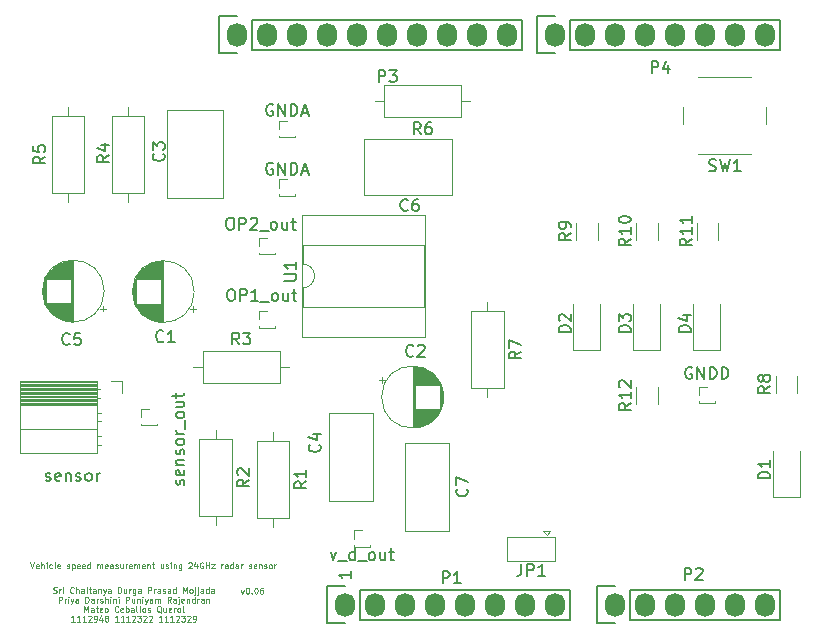
<source format=gbr>
%TF.GenerationSoftware,KiCad,Pcbnew,(6.0.0)*%
%TF.CreationDate,2022-05-11T10:24:24+02:00*%
%TF.ProjectId,speed_sensor,73706565-645f-4736-956e-736f722e6b69,v0.04*%
%TF.SameCoordinates,Original*%
%TF.FileFunction,Legend,Top*%
%TF.FilePolarity,Positive*%
%FSLAX46Y46*%
G04 Gerber Fmt 4.6, Leading zero omitted, Abs format (unit mm)*
G04 Created by KiCad (PCBNEW (6.0.0)) date 2022-05-11 10:24:24*
%MOMM*%
%LPD*%
G01*
G04 APERTURE LIST*
%ADD10C,0.125000*%
%ADD11C,0.150000*%
%ADD12C,0.120000*%
%ADD13O,1.727200X2.032000*%
G04 APERTURE END LIST*
D10*
X112277238Y-120249190D02*
X112443904Y-120749190D01*
X112610571Y-120249190D01*
X112967714Y-120725380D02*
X112920095Y-120749190D01*
X112824857Y-120749190D01*
X112777238Y-120725380D01*
X112753428Y-120677761D01*
X112753428Y-120487285D01*
X112777238Y-120439666D01*
X112824857Y-120415857D01*
X112920095Y-120415857D01*
X112967714Y-120439666D01*
X112991523Y-120487285D01*
X112991523Y-120534904D01*
X112753428Y-120582523D01*
X113205809Y-120749190D02*
X113205809Y-120249190D01*
X113420095Y-120749190D02*
X113420095Y-120487285D01*
X113396285Y-120439666D01*
X113348666Y-120415857D01*
X113277238Y-120415857D01*
X113229619Y-120439666D01*
X113205809Y-120463476D01*
X113658190Y-120749190D02*
X113658190Y-120415857D01*
X113658190Y-120249190D02*
X113634380Y-120273000D01*
X113658190Y-120296809D01*
X113682000Y-120273000D01*
X113658190Y-120249190D01*
X113658190Y-120296809D01*
X114110571Y-120725380D02*
X114062952Y-120749190D01*
X113967714Y-120749190D01*
X113920095Y-120725380D01*
X113896285Y-120701571D01*
X113872476Y-120653952D01*
X113872476Y-120511095D01*
X113896285Y-120463476D01*
X113920095Y-120439666D01*
X113967714Y-120415857D01*
X114062952Y-120415857D01*
X114110571Y-120439666D01*
X114396285Y-120749190D02*
X114348666Y-120725380D01*
X114324857Y-120677761D01*
X114324857Y-120249190D01*
X114777238Y-120725380D02*
X114729619Y-120749190D01*
X114634380Y-120749190D01*
X114586761Y-120725380D01*
X114562952Y-120677761D01*
X114562952Y-120487285D01*
X114586761Y-120439666D01*
X114634380Y-120415857D01*
X114729619Y-120415857D01*
X114777238Y-120439666D01*
X114801047Y-120487285D01*
X114801047Y-120534904D01*
X114562952Y-120582523D01*
X115372476Y-120725380D02*
X115420095Y-120749190D01*
X115515333Y-120749190D01*
X115562952Y-120725380D01*
X115586761Y-120677761D01*
X115586761Y-120653952D01*
X115562952Y-120606333D01*
X115515333Y-120582523D01*
X115443904Y-120582523D01*
X115396285Y-120558714D01*
X115372476Y-120511095D01*
X115372476Y-120487285D01*
X115396285Y-120439666D01*
X115443904Y-120415857D01*
X115515333Y-120415857D01*
X115562952Y-120439666D01*
X115801047Y-120415857D02*
X115801047Y-120915857D01*
X115801047Y-120439666D02*
X115848666Y-120415857D01*
X115943904Y-120415857D01*
X115991523Y-120439666D01*
X116015333Y-120463476D01*
X116039142Y-120511095D01*
X116039142Y-120653952D01*
X116015333Y-120701571D01*
X115991523Y-120725380D01*
X115943904Y-120749190D01*
X115848666Y-120749190D01*
X115801047Y-120725380D01*
X116443904Y-120725380D02*
X116396285Y-120749190D01*
X116301047Y-120749190D01*
X116253428Y-120725380D01*
X116229619Y-120677761D01*
X116229619Y-120487285D01*
X116253428Y-120439666D01*
X116301047Y-120415857D01*
X116396285Y-120415857D01*
X116443904Y-120439666D01*
X116467714Y-120487285D01*
X116467714Y-120534904D01*
X116229619Y-120582523D01*
X116872476Y-120725380D02*
X116824857Y-120749190D01*
X116729619Y-120749190D01*
X116682000Y-120725380D01*
X116658190Y-120677761D01*
X116658190Y-120487285D01*
X116682000Y-120439666D01*
X116729619Y-120415857D01*
X116824857Y-120415857D01*
X116872476Y-120439666D01*
X116896285Y-120487285D01*
X116896285Y-120534904D01*
X116658190Y-120582523D01*
X117324857Y-120749190D02*
X117324857Y-120249190D01*
X117324857Y-120725380D02*
X117277238Y-120749190D01*
X117182000Y-120749190D01*
X117134380Y-120725380D01*
X117110571Y-120701571D01*
X117086761Y-120653952D01*
X117086761Y-120511095D01*
X117110571Y-120463476D01*
X117134380Y-120439666D01*
X117182000Y-120415857D01*
X117277238Y-120415857D01*
X117324857Y-120439666D01*
X117943904Y-120749190D02*
X117943904Y-120415857D01*
X117943904Y-120463476D02*
X117967714Y-120439666D01*
X118015333Y-120415857D01*
X118086761Y-120415857D01*
X118134380Y-120439666D01*
X118158190Y-120487285D01*
X118158190Y-120749190D01*
X118158190Y-120487285D02*
X118182000Y-120439666D01*
X118229619Y-120415857D01*
X118301047Y-120415857D01*
X118348666Y-120439666D01*
X118372476Y-120487285D01*
X118372476Y-120749190D01*
X118801047Y-120725380D02*
X118753428Y-120749190D01*
X118658190Y-120749190D01*
X118610571Y-120725380D01*
X118586761Y-120677761D01*
X118586761Y-120487285D01*
X118610571Y-120439666D01*
X118658190Y-120415857D01*
X118753428Y-120415857D01*
X118801047Y-120439666D01*
X118824857Y-120487285D01*
X118824857Y-120534904D01*
X118586761Y-120582523D01*
X119253428Y-120749190D02*
X119253428Y-120487285D01*
X119229619Y-120439666D01*
X119182000Y-120415857D01*
X119086761Y-120415857D01*
X119039142Y-120439666D01*
X119253428Y-120725380D02*
X119205809Y-120749190D01*
X119086761Y-120749190D01*
X119039142Y-120725380D01*
X119015333Y-120677761D01*
X119015333Y-120630142D01*
X119039142Y-120582523D01*
X119086761Y-120558714D01*
X119205809Y-120558714D01*
X119253428Y-120534904D01*
X119467714Y-120725380D02*
X119515333Y-120749190D01*
X119610571Y-120749190D01*
X119658190Y-120725380D01*
X119682000Y-120677761D01*
X119682000Y-120653952D01*
X119658190Y-120606333D01*
X119610571Y-120582523D01*
X119539142Y-120582523D01*
X119491523Y-120558714D01*
X119467714Y-120511095D01*
X119467714Y-120487285D01*
X119491523Y-120439666D01*
X119539142Y-120415857D01*
X119610571Y-120415857D01*
X119658190Y-120439666D01*
X120110571Y-120415857D02*
X120110571Y-120749190D01*
X119896285Y-120415857D02*
X119896285Y-120677761D01*
X119920095Y-120725380D01*
X119967714Y-120749190D01*
X120039142Y-120749190D01*
X120086761Y-120725380D01*
X120110571Y-120701571D01*
X120348666Y-120749190D02*
X120348666Y-120415857D01*
X120348666Y-120511095D02*
X120372476Y-120463476D01*
X120396285Y-120439666D01*
X120443904Y-120415857D01*
X120491523Y-120415857D01*
X120848666Y-120725380D02*
X120801047Y-120749190D01*
X120705809Y-120749190D01*
X120658190Y-120725380D01*
X120634380Y-120677761D01*
X120634380Y-120487285D01*
X120658190Y-120439666D01*
X120705809Y-120415857D01*
X120801047Y-120415857D01*
X120848666Y-120439666D01*
X120872476Y-120487285D01*
X120872476Y-120534904D01*
X120634380Y-120582523D01*
X121086761Y-120749190D02*
X121086761Y-120415857D01*
X121086761Y-120463476D02*
X121110571Y-120439666D01*
X121158190Y-120415857D01*
X121229619Y-120415857D01*
X121277238Y-120439666D01*
X121301047Y-120487285D01*
X121301047Y-120749190D01*
X121301047Y-120487285D02*
X121324857Y-120439666D01*
X121372476Y-120415857D01*
X121443904Y-120415857D01*
X121491523Y-120439666D01*
X121515333Y-120487285D01*
X121515333Y-120749190D01*
X121943904Y-120725380D02*
X121896285Y-120749190D01*
X121801047Y-120749190D01*
X121753428Y-120725380D01*
X121729619Y-120677761D01*
X121729619Y-120487285D01*
X121753428Y-120439666D01*
X121801047Y-120415857D01*
X121896285Y-120415857D01*
X121943904Y-120439666D01*
X121967714Y-120487285D01*
X121967714Y-120534904D01*
X121729619Y-120582523D01*
X122182000Y-120415857D02*
X122182000Y-120749190D01*
X122182000Y-120463476D02*
X122205809Y-120439666D01*
X122253428Y-120415857D01*
X122324857Y-120415857D01*
X122372476Y-120439666D01*
X122396285Y-120487285D01*
X122396285Y-120749190D01*
X122562952Y-120415857D02*
X122753428Y-120415857D01*
X122634380Y-120249190D02*
X122634380Y-120677761D01*
X122658190Y-120725380D01*
X122705809Y-120749190D01*
X122753428Y-120749190D01*
X123515333Y-120415857D02*
X123515333Y-120749190D01*
X123301047Y-120415857D02*
X123301047Y-120677761D01*
X123324857Y-120725380D01*
X123372476Y-120749190D01*
X123443904Y-120749190D01*
X123491523Y-120725380D01*
X123515333Y-120701571D01*
X123729619Y-120725380D02*
X123777238Y-120749190D01*
X123872476Y-120749190D01*
X123920095Y-120725380D01*
X123943904Y-120677761D01*
X123943904Y-120653952D01*
X123920095Y-120606333D01*
X123872476Y-120582523D01*
X123801047Y-120582523D01*
X123753428Y-120558714D01*
X123729619Y-120511095D01*
X123729619Y-120487285D01*
X123753428Y-120439666D01*
X123801047Y-120415857D01*
X123872476Y-120415857D01*
X123920095Y-120439666D01*
X124158190Y-120749190D02*
X124158190Y-120415857D01*
X124158190Y-120249190D02*
X124134380Y-120273000D01*
X124158190Y-120296809D01*
X124182000Y-120273000D01*
X124158190Y-120249190D01*
X124158190Y-120296809D01*
X124396285Y-120415857D02*
X124396285Y-120749190D01*
X124396285Y-120463476D02*
X124420095Y-120439666D01*
X124467714Y-120415857D01*
X124539142Y-120415857D01*
X124586761Y-120439666D01*
X124610571Y-120487285D01*
X124610571Y-120749190D01*
X125062952Y-120415857D02*
X125062952Y-120820619D01*
X125039142Y-120868238D01*
X125015333Y-120892047D01*
X124967714Y-120915857D01*
X124896285Y-120915857D01*
X124848666Y-120892047D01*
X125062952Y-120725380D02*
X125015333Y-120749190D01*
X124920095Y-120749190D01*
X124872476Y-120725380D01*
X124848666Y-120701571D01*
X124824857Y-120653952D01*
X124824857Y-120511095D01*
X124848666Y-120463476D01*
X124872476Y-120439666D01*
X124920095Y-120415857D01*
X125015333Y-120415857D01*
X125062952Y-120439666D01*
X125658190Y-120296809D02*
X125682000Y-120273000D01*
X125729619Y-120249190D01*
X125848666Y-120249190D01*
X125896285Y-120273000D01*
X125920095Y-120296809D01*
X125943904Y-120344428D01*
X125943904Y-120392047D01*
X125920095Y-120463476D01*
X125634380Y-120749190D01*
X125943904Y-120749190D01*
X126372476Y-120415857D02*
X126372476Y-120749190D01*
X126253428Y-120225380D02*
X126134380Y-120582523D01*
X126443904Y-120582523D01*
X126896285Y-120273000D02*
X126848666Y-120249190D01*
X126777238Y-120249190D01*
X126705809Y-120273000D01*
X126658190Y-120320619D01*
X126634380Y-120368238D01*
X126610571Y-120463476D01*
X126610571Y-120534904D01*
X126634380Y-120630142D01*
X126658190Y-120677761D01*
X126705809Y-120725380D01*
X126777238Y-120749190D01*
X126824857Y-120749190D01*
X126896285Y-120725380D01*
X126920095Y-120701571D01*
X126920095Y-120534904D01*
X126824857Y-120534904D01*
X127134380Y-120749190D02*
X127134380Y-120249190D01*
X127134380Y-120487285D02*
X127420095Y-120487285D01*
X127420095Y-120749190D02*
X127420095Y-120249190D01*
X127610571Y-120415857D02*
X127872476Y-120415857D01*
X127610571Y-120749190D01*
X127872476Y-120749190D01*
X128443904Y-120749190D02*
X128443904Y-120415857D01*
X128443904Y-120511095D02*
X128467714Y-120463476D01*
X128491523Y-120439666D01*
X128539142Y-120415857D01*
X128586761Y-120415857D01*
X128967714Y-120749190D02*
X128967714Y-120487285D01*
X128943904Y-120439666D01*
X128896285Y-120415857D01*
X128801047Y-120415857D01*
X128753428Y-120439666D01*
X128967714Y-120725380D02*
X128920095Y-120749190D01*
X128801047Y-120749190D01*
X128753428Y-120725380D01*
X128729619Y-120677761D01*
X128729619Y-120630142D01*
X128753428Y-120582523D01*
X128801047Y-120558714D01*
X128920095Y-120558714D01*
X128967714Y-120534904D01*
X129420095Y-120749190D02*
X129420095Y-120249190D01*
X129420095Y-120725380D02*
X129372476Y-120749190D01*
X129277238Y-120749190D01*
X129229619Y-120725380D01*
X129205809Y-120701571D01*
X129182000Y-120653952D01*
X129182000Y-120511095D01*
X129205809Y-120463476D01*
X129229619Y-120439666D01*
X129277238Y-120415857D01*
X129372476Y-120415857D01*
X129420095Y-120439666D01*
X129872476Y-120749190D02*
X129872476Y-120487285D01*
X129848666Y-120439666D01*
X129801047Y-120415857D01*
X129705809Y-120415857D01*
X129658190Y-120439666D01*
X129872476Y-120725380D02*
X129824857Y-120749190D01*
X129705809Y-120749190D01*
X129658190Y-120725380D01*
X129634380Y-120677761D01*
X129634380Y-120630142D01*
X129658190Y-120582523D01*
X129705809Y-120558714D01*
X129824857Y-120558714D01*
X129872476Y-120534904D01*
X130110571Y-120749190D02*
X130110571Y-120415857D01*
X130110571Y-120511095D02*
X130134380Y-120463476D01*
X130158190Y-120439666D01*
X130205809Y-120415857D01*
X130253428Y-120415857D01*
X130777238Y-120725380D02*
X130824857Y-120749190D01*
X130920095Y-120749190D01*
X130967714Y-120725380D01*
X130991523Y-120677761D01*
X130991523Y-120653952D01*
X130967714Y-120606333D01*
X130920095Y-120582523D01*
X130848666Y-120582523D01*
X130801047Y-120558714D01*
X130777238Y-120511095D01*
X130777238Y-120487285D01*
X130801047Y-120439666D01*
X130848666Y-120415857D01*
X130920095Y-120415857D01*
X130967714Y-120439666D01*
X131396285Y-120725380D02*
X131348666Y-120749190D01*
X131253428Y-120749190D01*
X131205809Y-120725380D01*
X131181999Y-120677761D01*
X131181999Y-120487285D01*
X131205809Y-120439666D01*
X131253428Y-120415857D01*
X131348666Y-120415857D01*
X131396285Y-120439666D01*
X131420095Y-120487285D01*
X131420095Y-120534904D01*
X131181999Y-120582523D01*
X131634380Y-120415857D02*
X131634380Y-120749190D01*
X131634380Y-120463476D02*
X131658190Y-120439666D01*
X131705809Y-120415857D01*
X131777238Y-120415857D01*
X131824857Y-120439666D01*
X131848666Y-120487285D01*
X131848666Y-120749190D01*
X132062952Y-120725380D02*
X132110571Y-120749190D01*
X132205809Y-120749190D01*
X132253428Y-120725380D01*
X132277238Y-120677761D01*
X132277238Y-120653952D01*
X132253428Y-120606333D01*
X132205809Y-120582523D01*
X132134380Y-120582523D01*
X132086761Y-120558714D01*
X132062952Y-120511095D01*
X132062952Y-120487285D01*
X132086761Y-120439666D01*
X132134380Y-120415857D01*
X132205809Y-120415857D01*
X132253428Y-120439666D01*
X132562952Y-120749190D02*
X132515333Y-120725380D01*
X132491523Y-120701571D01*
X132467714Y-120653952D01*
X132467714Y-120511095D01*
X132491523Y-120463476D01*
X132515333Y-120439666D01*
X132562952Y-120415857D01*
X132634380Y-120415857D01*
X132681999Y-120439666D01*
X132705809Y-120463476D01*
X132729619Y-120511095D01*
X132729619Y-120653952D01*
X132705809Y-120701571D01*
X132681999Y-120725380D01*
X132634380Y-120749190D01*
X132562952Y-120749190D01*
X132943904Y-120749190D02*
X132943904Y-120415857D01*
X132943904Y-120511095D02*
X132967714Y-120463476D01*
X132991523Y-120439666D01*
X133039142Y-120415857D01*
X133086761Y-120415857D01*
X130111619Y-122553357D02*
X130230666Y-122886690D01*
X130349714Y-122553357D01*
X130635428Y-122386690D02*
X130683047Y-122386690D01*
X130730666Y-122410500D01*
X130754476Y-122434309D01*
X130778285Y-122481928D01*
X130802095Y-122577166D01*
X130802095Y-122696214D01*
X130778285Y-122791452D01*
X130754476Y-122839071D01*
X130730666Y-122862880D01*
X130683047Y-122886690D01*
X130635428Y-122886690D01*
X130587809Y-122862880D01*
X130564000Y-122839071D01*
X130540190Y-122791452D01*
X130516380Y-122696214D01*
X130516380Y-122577166D01*
X130540190Y-122481928D01*
X130564000Y-122434309D01*
X130587809Y-122410500D01*
X130635428Y-122386690D01*
X131016380Y-122839071D02*
X131040190Y-122862880D01*
X131016380Y-122886690D01*
X130992571Y-122862880D01*
X131016380Y-122839071D01*
X131016380Y-122886690D01*
X131349714Y-122386690D02*
X131397333Y-122386690D01*
X131444952Y-122410500D01*
X131468761Y-122434309D01*
X131492571Y-122481928D01*
X131516380Y-122577166D01*
X131516380Y-122696214D01*
X131492571Y-122791452D01*
X131468761Y-122839071D01*
X131444952Y-122862880D01*
X131397333Y-122886690D01*
X131349714Y-122886690D01*
X131302095Y-122862880D01*
X131278285Y-122839071D01*
X131254476Y-122791452D01*
X131230666Y-122696214D01*
X131230666Y-122577166D01*
X131254476Y-122481928D01*
X131278285Y-122434309D01*
X131302095Y-122410500D01*
X131349714Y-122386690D01*
X131944952Y-122386690D02*
X131849714Y-122386690D01*
X131802095Y-122410500D01*
X131778285Y-122434309D01*
X131730666Y-122505738D01*
X131706857Y-122600976D01*
X131706857Y-122791452D01*
X131730666Y-122839071D01*
X131754476Y-122862880D01*
X131802095Y-122886690D01*
X131897333Y-122886690D01*
X131944952Y-122862880D01*
X131968761Y-122839071D01*
X131992571Y-122791452D01*
X131992571Y-122672404D01*
X131968761Y-122624785D01*
X131944952Y-122600976D01*
X131897333Y-122577166D01*
X131802095Y-122577166D01*
X131754476Y-122600976D01*
X131730666Y-122624785D01*
X131706857Y-122672404D01*
X114221476Y-122819880D02*
X114292904Y-122843690D01*
X114411952Y-122843690D01*
X114459571Y-122819880D01*
X114483380Y-122796071D01*
X114507190Y-122748452D01*
X114507190Y-122700833D01*
X114483380Y-122653214D01*
X114459571Y-122629404D01*
X114411952Y-122605595D01*
X114316714Y-122581785D01*
X114269095Y-122557976D01*
X114245285Y-122534166D01*
X114221476Y-122486547D01*
X114221476Y-122438928D01*
X114245285Y-122391309D01*
X114269095Y-122367500D01*
X114316714Y-122343690D01*
X114435761Y-122343690D01*
X114507190Y-122367500D01*
X114721476Y-122843690D02*
X114721476Y-122510357D01*
X114721476Y-122605595D02*
X114745285Y-122557976D01*
X114769095Y-122534166D01*
X114816714Y-122510357D01*
X114864333Y-122510357D01*
X115031000Y-122843690D02*
X115031000Y-122510357D01*
X115031000Y-122343690D02*
X115007190Y-122367500D01*
X115031000Y-122391309D01*
X115054809Y-122367500D01*
X115031000Y-122343690D01*
X115031000Y-122391309D01*
X115935761Y-122796071D02*
X115911952Y-122819880D01*
X115840523Y-122843690D01*
X115792904Y-122843690D01*
X115721476Y-122819880D01*
X115673857Y-122772261D01*
X115650047Y-122724642D01*
X115626238Y-122629404D01*
X115626238Y-122557976D01*
X115650047Y-122462738D01*
X115673857Y-122415119D01*
X115721476Y-122367500D01*
X115792904Y-122343690D01*
X115840523Y-122343690D01*
X115911952Y-122367500D01*
X115935761Y-122391309D01*
X116150047Y-122843690D02*
X116150047Y-122343690D01*
X116364333Y-122843690D02*
X116364333Y-122581785D01*
X116340523Y-122534166D01*
X116292904Y-122510357D01*
X116221476Y-122510357D01*
X116173857Y-122534166D01*
X116150047Y-122557976D01*
X116816714Y-122843690D02*
X116816714Y-122581785D01*
X116792904Y-122534166D01*
X116745285Y-122510357D01*
X116650047Y-122510357D01*
X116602428Y-122534166D01*
X116816714Y-122819880D02*
X116769095Y-122843690D01*
X116650047Y-122843690D01*
X116602428Y-122819880D01*
X116578619Y-122772261D01*
X116578619Y-122724642D01*
X116602428Y-122677023D01*
X116650047Y-122653214D01*
X116769095Y-122653214D01*
X116816714Y-122629404D01*
X117054809Y-122843690D02*
X117054809Y-122510357D01*
X117054809Y-122343690D02*
X117031000Y-122367500D01*
X117054809Y-122391309D01*
X117078619Y-122367500D01*
X117054809Y-122343690D01*
X117054809Y-122391309D01*
X117221476Y-122510357D02*
X117411952Y-122510357D01*
X117292904Y-122343690D02*
X117292904Y-122772261D01*
X117316714Y-122819880D01*
X117364333Y-122843690D01*
X117411952Y-122843690D01*
X117792904Y-122843690D02*
X117792904Y-122581785D01*
X117769095Y-122534166D01*
X117721476Y-122510357D01*
X117626238Y-122510357D01*
X117578619Y-122534166D01*
X117792904Y-122819880D02*
X117745285Y-122843690D01*
X117626238Y-122843690D01*
X117578619Y-122819880D01*
X117554809Y-122772261D01*
X117554809Y-122724642D01*
X117578619Y-122677023D01*
X117626238Y-122653214D01*
X117745285Y-122653214D01*
X117792904Y-122629404D01*
X118031000Y-122510357D02*
X118031000Y-122843690D01*
X118031000Y-122557976D02*
X118054809Y-122534166D01*
X118102428Y-122510357D01*
X118173857Y-122510357D01*
X118221476Y-122534166D01*
X118245285Y-122581785D01*
X118245285Y-122843690D01*
X118435761Y-122510357D02*
X118554809Y-122843690D01*
X118673857Y-122510357D02*
X118554809Y-122843690D01*
X118507190Y-122962738D01*
X118483380Y-122986547D01*
X118435761Y-123010357D01*
X119078619Y-122843690D02*
X119078619Y-122581785D01*
X119054809Y-122534166D01*
X119007190Y-122510357D01*
X118911952Y-122510357D01*
X118864333Y-122534166D01*
X119078619Y-122819880D02*
X119031000Y-122843690D01*
X118911952Y-122843690D01*
X118864333Y-122819880D01*
X118840523Y-122772261D01*
X118840523Y-122724642D01*
X118864333Y-122677023D01*
X118911952Y-122653214D01*
X119031000Y-122653214D01*
X119078619Y-122629404D01*
X119697666Y-122843690D02*
X119697666Y-122343690D01*
X119816714Y-122343690D01*
X119888142Y-122367500D01*
X119935761Y-122415119D01*
X119959571Y-122462738D01*
X119983380Y-122557976D01*
X119983380Y-122629404D01*
X119959571Y-122724642D01*
X119935761Y-122772261D01*
X119888142Y-122819880D01*
X119816714Y-122843690D01*
X119697666Y-122843690D01*
X120411952Y-122510357D02*
X120411952Y-122843690D01*
X120197666Y-122510357D02*
X120197666Y-122772261D01*
X120221476Y-122819880D01*
X120269095Y-122843690D01*
X120340523Y-122843690D01*
X120388142Y-122819880D01*
X120411952Y-122796071D01*
X120650047Y-122843690D02*
X120650047Y-122510357D01*
X120650047Y-122605595D02*
X120673857Y-122557976D01*
X120697666Y-122534166D01*
X120745285Y-122510357D01*
X120792904Y-122510357D01*
X121173857Y-122510357D02*
X121173857Y-122915119D01*
X121150047Y-122962738D01*
X121126238Y-122986547D01*
X121078619Y-123010357D01*
X121007190Y-123010357D01*
X120959571Y-122986547D01*
X121173857Y-122819880D02*
X121126238Y-122843690D01*
X121031000Y-122843690D01*
X120983380Y-122819880D01*
X120959571Y-122796071D01*
X120935761Y-122748452D01*
X120935761Y-122605595D01*
X120959571Y-122557976D01*
X120983380Y-122534166D01*
X121031000Y-122510357D01*
X121126238Y-122510357D01*
X121173857Y-122534166D01*
X121626238Y-122843690D02*
X121626238Y-122581785D01*
X121602428Y-122534166D01*
X121554809Y-122510357D01*
X121459571Y-122510357D01*
X121411952Y-122534166D01*
X121626238Y-122819880D02*
X121578619Y-122843690D01*
X121459571Y-122843690D01*
X121411952Y-122819880D01*
X121388142Y-122772261D01*
X121388142Y-122724642D01*
X121411952Y-122677023D01*
X121459571Y-122653214D01*
X121578619Y-122653214D01*
X121626238Y-122629404D01*
X122245285Y-122843690D02*
X122245285Y-122343690D01*
X122435761Y-122343690D01*
X122483380Y-122367500D01*
X122507190Y-122391309D01*
X122531000Y-122438928D01*
X122531000Y-122510357D01*
X122507190Y-122557976D01*
X122483380Y-122581785D01*
X122435761Y-122605595D01*
X122245285Y-122605595D01*
X122745285Y-122843690D02*
X122745285Y-122510357D01*
X122745285Y-122605595D02*
X122769095Y-122557976D01*
X122792904Y-122534166D01*
X122840523Y-122510357D01*
X122888142Y-122510357D01*
X123269095Y-122843690D02*
X123269095Y-122581785D01*
X123245285Y-122534166D01*
X123197666Y-122510357D01*
X123102428Y-122510357D01*
X123054809Y-122534166D01*
X123269095Y-122819880D02*
X123221476Y-122843690D01*
X123102428Y-122843690D01*
X123054809Y-122819880D01*
X123031000Y-122772261D01*
X123031000Y-122724642D01*
X123054809Y-122677023D01*
X123102428Y-122653214D01*
X123221476Y-122653214D01*
X123269095Y-122629404D01*
X123483380Y-122819880D02*
X123531000Y-122843690D01*
X123626238Y-122843690D01*
X123673857Y-122819880D01*
X123697666Y-122772261D01*
X123697666Y-122748452D01*
X123673857Y-122700833D01*
X123626238Y-122677023D01*
X123554809Y-122677023D01*
X123507190Y-122653214D01*
X123483380Y-122605595D01*
X123483380Y-122581785D01*
X123507190Y-122534166D01*
X123554809Y-122510357D01*
X123626238Y-122510357D01*
X123673857Y-122534166D01*
X124126238Y-122843690D02*
X124126238Y-122581785D01*
X124102428Y-122534166D01*
X124054809Y-122510357D01*
X123959571Y-122510357D01*
X123911952Y-122534166D01*
X124126238Y-122819880D02*
X124078619Y-122843690D01*
X123959571Y-122843690D01*
X123911952Y-122819880D01*
X123888142Y-122772261D01*
X123888142Y-122724642D01*
X123911952Y-122677023D01*
X123959571Y-122653214D01*
X124078619Y-122653214D01*
X124126238Y-122629404D01*
X124578619Y-122843690D02*
X124578619Y-122343690D01*
X124578619Y-122819880D02*
X124530999Y-122843690D01*
X124435761Y-122843690D01*
X124388142Y-122819880D01*
X124364333Y-122796071D01*
X124340523Y-122748452D01*
X124340523Y-122605595D01*
X124364333Y-122557976D01*
X124388142Y-122534166D01*
X124435761Y-122510357D01*
X124530999Y-122510357D01*
X124578619Y-122534166D01*
X125197666Y-122843690D02*
X125197666Y-122343690D01*
X125364333Y-122700833D01*
X125530999Y-122343690D01*
X125530999Y-122843690D01*
X125840523Y-122843690D02*
X125792904Y-122819880D01*
X125769095Y-122796071D01*
X125745285Y-122748452D01*
X125745285Y-122605595D01*
X125769095Y-122557976D01*
X125792904Y-122534166D01*
X125840523Y-122510357D01*
X125911952Y-122510357D01*
X125959571Y-122534166D01*
X125983380Y-122557976D01*
X126007190Y-122605595D01*
X126007190Y-122748452D01*
X125983380Y-122796071D01*
X125959571Y-122819880D01*
X125911952Y-122843690D01*
X125840523Y-122843690D01*
X126221476Y-122510357D02*
X126221476Y-122938928D01*
X126197666Y-122986547D01*
X126150047Y-123010357D01*
X126126238Y-123010357D01*
X126221476Y-122343690D02*
X126197666Y-122367500D01*
X126221476Y-122391309D01*
X126245285Y-122367500D01*
X126221476Y-122343690D01*
X126221476Y-122391309D01*
X126459571Y-122510357D02*
X126459571Y-122938928D01*
X126435761Y-122986547D01*
X126388142Y-123010357D01*
X126364333Y-123010357D01*
X126459571Y-122343690D02*
X126435761Y-122367500D01*
X126459571Y-122391309D01*
X126483380Y-122367500D01*
X126459571Y-122343690D01*
X126459571Y-122391309D01*
X126911952Y-122843690D02*
X126911952Y-122581785D01*
X126888142Y-122534166D01*
X126840523Y-122510357D01*
X126745285Y-122510357D01*
X126697666Y-122534166D01*
X126911952Y-122819880D02*
X126864333Y-122843690D01*
X126745285Y-122843690D01*
X126697666Y-122819880D01*
X126673857Y-122772261D01*
X126673857Y-122724642D01*
X126697666Y-122677023D01*
X126745285Y-122653214D01*
X126864333Y-122653214D01*
X126911952Y-122629404D01*
X127364333Y-122843690D02*
X127364333Y-122343690D01*
X127364333Y-122819880D02*
X127316714Y-122843690D01*
X127221476Y-122843690D01*
X127173857Y-122819880D01*
X127150047Y-122796071D01*
X127126238Y-122748452D01*
X127126238Y-122605595D01*
X127150047Y-122557976D01*
X127173857Y-122534166D01*
X127221476Y-122510357D01*
X127316714Y-122510357D01*
X127364333Y-122534166D01*
X127816714Y-122843690D02*
X127816714Y-122581785D01*
X127792904Y-122534166D01*
X127745285Y-122510357D01*
X127650047Y-122510357D01*
X127602428Y-122534166D01*
X127816714Y-122819880D02*
X127769095Y-122843690D01*
X127650047Y-122843690D01*
X127602428Y-122819880D01*
X127578619Y-122772261D01*
X127578619Y-122724642D01*
X127602428Y-122677023D01*
X127650047Y-122653214D01*
X127769095Y-122653214D01*
X127816714Y-122629404D01*
X114673857Y-123648690D02*
X114673857Y-123148690D01*
X114864333Y-123148690D01*
X114911952Y-123172500D01*
X114935761Y-123196309D01*
X114959571Y-123243928D01*
X114959571Y-123315357D01*
X114935761Y-123362976D01*
X114911952Y-123386785D01*
X114864333Y-123410595D01*
X114673857Y-123410595D01*
X115173857Y-123648690D02*
X115173857Y-123315357D01*
X115173857Y-123410595D02*
X115197666Y-123362976D01*
X115221476Y-123339166D01*
X115269095Y-123315357D01*
X115316714Y-123315357D01*
X115483380Y-123648690D02*
X115483380Y-123315357D01*
X115483380Y-123148690D02*
X115459571Y-123172500D01*
X115483380Y-123196309D01*
X115507190Y-123172500D01*
X115483380Y-123148690D01*
X115483380Y-123196309D01*
X115673857Y-123315357D02*
X115792904Y-123648690D01*
X115911952Y-123315357D02*
X115792904Y-123648690D01*
X115745285Y-123767738D01*
X115721476Y-123791547D01*
X115673857Y-123815357D01*
X116316714Y-123648690D02*
X116316714Y-123386785D01*
X116292904Y-123339166D01*
X116245285Y-123315357D01*
X116150047Y-123315357D01*
X116102428Y-123339166D01*
X116316714Y-123624880D02*
X116269095Y-123648690D01*
X116150047Y-123648690D01*
X116102428Y-123624880D01*
X116078619Y-123577261D01*
X116078619Y-123529642D01*
X116102428Y-123482023D01*
X116150047Y-123458214D01*
X116269095Y-123458214D01*
X116316714Y-123434404D01*
X116935761Y-123648690D02*
X116935761Y-123148690D01*
X117054809Y-123148690D01*
X117126238Y-123172500D01*
X117173857Y-123220119D01*
X117197666Y-123267738D01*
X117221476Y-123362976D01*
X117221476Y-123434404D01*
X117197666Y-123529642D01*
X117173857Y-123577261D01*
X117126238Y-123624880D01*
X117054809Y-123648690D01*
X116935761Y-123648690D01*
X117650047Y-123648690D02*
X117650047Y-123386785D01*
X117626238Y-123339166D01*
X117578619Y-123315357D01*
X117483380Y-123315357D01*
X117435761Y-123339166D01*
X117650047Y-123624880D02*
X117602428Y-123648690D01*
X117483380Y-123648690D01*
X117435761Y-123624880D01*
X117411952Y-123577261D01*
X117411952Y-123529642D01*
X117435761Y-123482023D01*
X117483380Y-123458214D01*
X117602428Y-123458214D01*
X117650047Y-123434404D01*
X117888142Y-123648690D02*
X117888142Y-123315357D01*
X117888142Y-123410595D02*
X117911952Y-123362976D01*
X117935761Y-123339166D01*
X117983380Y-123315357D01*
X118031000Y-123315357D01*
X118173857Y-123624880D02*
X118221476Y-123648690D01*
X118316714Y-123648690D01*
X118364333Y-123624880D01*
X118388142Y-123577261D01*
X118388142Y-123553452D01*
X118364333Y-123505833D01*
X118316714Y-123482023D01*
X118245285Y-123482023D01*
X118197666Y-123458214D01*
X118173857Y-123410595D01*
X118173857Y-123386785D01*
X118197666Y-123339166D01*
X118245285Y-123315357D01*
X118316714Y-123315357D01*
X118364333Y-123339166D01*
X118602428Y-123648690D02*
X118602428Y-123148690D01*
X118816714Y-123648690D02*
X118816714Y-123386785D01*
X118792904Y-123339166D01*
X118745285Y-123315357D01*
X118673857Y-123315357D01*
X118626238Y-123339166D01*
X118602428Y-123362976D01*
X119054809Y-123648690D02*
X119054809Y-123315357D01*
X119054809Y-123148690D02*
X119031000Y-123172500D01*
X119054809Y-123196309D01*
X119078619Y-123172500D01*
X119054809Y-123148690D01*
X119054809Y-123196309D01*
X119292904Y-123315357D02*
X119292904Y-123648690D01*
X119292904Y-123362976D02*
X119316714Y-123339166D01*
X119364333Y-123315357D01*
X119435761Y-123315357D01*
X119483380Y-123339166D01*
X119507190Y-123386785D01*
X119507190Y-123648690D01*
X119745285Y-123648690D02*
X119745285Y-123315357D01*
X119745285Y-123148690D02*
X119721476Y-123172500D01*
X119745285Y-123196309D01*
X119769095Y-123172500D01*
X119745285Y-123148690D01*
X119745285Y-123196309D01*
X120364333Y-123648690D02*
X120364333Y-123148690D01*
X120554809Y-123148690D01*
X120602428Y-123172500D01*
X120626238Y-123196309D01*
X120650047Y-123243928D01*
X120650047Y-123315357D01*
X120626238Y-123362976D01*
X120602428Y-123386785D01*
X120554809Y-123410595D01*
X120364333Y-123410595D01*
X121078619Y-123315357D02*
X121078619Y-123648690D01*
X120864333Y-123315357D02*
X120864333Y-123577261D01*
X120888142Y-123624880D01*
X120935761Y-123648690D01*
X121007190Y-123648690D01*
X121054809Y-123624880D01*
X121078619Y-123601071D01*
X121316714Y-123315357D02*
X121316714Y-123648690D01*
X121316714Y-123362976D02*
X121340523Y-123339166D01*
X121388142Y-123315357D01*
X121459571Y-123315357D01*
X121507190Y-123339166D01*
X121531000Y-123386785D01*
X121531000Y-123648690D01*
X121769095Y-123648690D02*
X121769095Y-123315357D01*
X121769095Y-123148690D02*
X121745285Y-123172500D01*
X121769095Y-123196309D01*
X121792904Y-123172500D01*
X121769095Y-123148690D01*
X121769095Y-123196309D01*
X121959571Y-123315357D02*
X122078619Y-123648690D01*
X122197666Y-123315357D02*
X122078619Y-123648690D01*
X122031000Y-123767738D01*
X122007190Y-123791547D01*
X121959571Y-123815357D01*
X122602428Y-123648690D02*
X122602428Y-123386785D01*
X122578619Y-123339166D01*
X122531000Y-123315357D01*
X122435761Y-123315357D01*
X122388142Y-123339166D01*
X122602428Y-123624880D02*
X122554809Y-123648690D01*
X122435761Y-123648690D01*
X122388142Y-123624880D01*
X122364333Y-123577261D01*
X122364333Y-123529642D01*
X122388142Y-123482023D01*
X122435761Y-123458214D01*
X122554809Y-123458214D01*
X122602428Y-123434404D01*
X122840523Y-123648690D02*
X122840523Y-123315357D01*
X122840523Y-123362976D02*
X122864333Y-123339166D01*
X122911952Y-123315357D01*
X122983380Y-123315357D01*
X123031000Y-123339166D01*
X123054809Y-123386785D01*
X123054809Y-123648690D01*
X123054809Y-123386785D02*
X123078619Y-123339166D01*
X123126238Y-123315357D01*
X123197666Y-123315357D01*
X123245285Y-123339166D01*
X123269095Y-123386785D01*
X123269095Y-123648690D01*
X124173857Y-123648690D02*
X124007190Y-123410595D01*
X123888142Y-123648690D02*
X123888142Y-123148690D01*
X124078619Y-123148690D01*
X124126238Y-123172500D01*
X124150047Y-123196309D01*
X124173857Y-123243928D01*
X124173857Y-123315357D01*
X124150047Y-123362976D01*
X124126238Y-123386785D01*
X124078619Y-123410595D01*
X123888142Y-123410595D01*
X124602428Y-123648690D02*
X124602428Y-123386785D01*
X124578619Y-123339166D01*
X124531000Y-123315357D01*
X124435761Y-123315357D01*
X124388142Y-123339166D01*
X124602428Y-123624880D02*
X124554809Y-123648690D01*
X124435761Y-123648690D01*
X124388142Y-123624880D01*
X124364333Y-123577261D01*
X124364333Y-123529642D01*
X124388142Y-123482023D01*
X124435761Y-123458214D01*
X124554809Y-123458214D01*
X124602428Y-123434404D01*
X124840523Y-123315357D02*
X124840523Y-123743928D01*
X124816714Y-123791547D01*
X124769095Y-123815357D01*
X124745285Y-123815357D01*
X124840523Y-123148690D02*
X124816714Y-123172500D01*
X124840523Y-123196309D01*
X124864333Y-123172500D01*
X124840523Y-123148690D01*
X124840523Y-123196309D01*
X125269095Y-123624880D02*
X125221476Y-123648690D01*
X125126238Y-123648690D01*
X125078619Y-123624880D01*
X125054809Y-123577261D01*
X125054809Y-123386785D01*
X125078619Y-123339166D01*
X125126238Y-123315357D01*
X125221476Y-123315357D01*
X125269095Y-123339166D01*
X125292904Y-123386785D01*
X125292904Y-123434404D01*
X125054809Y-123482023D01*
X125507190Y-123315357D02*
X125507190Y-123648690D01*
X125507190Y-123362976D02*
X125531000Y-123339166D01*
X125578619Y-123315357D01*
X125650047Y-123315357D01*
X125697666Y-123339166D01*
X125721476Y-123386785D01*
X125721476Y-123648690D01*
X126173857Y-123648690D02*
X126173857Y-123148690D01*
X126173857Y-123624880D02*
X126126238Y-123648690D01*
X126031000Y-123648690D01*
X125983380Y-123624880D01*
X125959571Y-123601071D01*
X125935761Y-123553452D01*
X125935761Y-123410595D01*
X125959571Y-123362976D01*
X125983380Y-123339166D01*
X126031000Y-123315357D01*
X126126238Y-123315357D01*
X126173857Y-123339166D01*
X126411952Y-123648690D02*
X126411952Y-123315357D01*
X126411952Y-123410595D02*
X126435761Y-123362976D01*
X126459571Y-123339166D01*
X126507190Y-123315357D01*
X126554809Y-123315357D01*
X126935761Y-123648690D02*
X126935761Y-123386785D01*
X126911952Y-123339166D01*
X126864333Y-123315357D01*
X126769095Y-123315357D01*
X126721476Y-123339166D01*
X126935761Y-123624880D02*
X126888142Y-123648690D01*
X126769095Y-123648690D01*
X126721476Y-123624880D01*
X126697666Y-123577261D01*
X126697666Y-123529642D01*
X126721476Y-123482023D01*
X126769095Y-123458214D01*
X126888142Y-123458214D01*
X126935761Y-123434404D01*
X127173857Y-123315357D02*
X127173857Y-123648690D01*
X127173857Y-123362976D02*
X127197666Y-123339166D01*
X127245285Y-123315357D01*
X127316714Y-123315357D01*
X127364333Y-123339166D01*
X127388142Y-123386785D01*
X127388142Y-123648690D01*
X116852428Y-124453690D02*
X116852428Y-123953690D01*
X117019095Y-124310833D01*
X117185761Y-123953690D01*
X117185761Y-124453690D01*
X117638142Y-124453690D02*
X117638142Y-124191785D01*
X117614333Y-124144166D01*
X117566714Y-124120357D01*
X117471476Y-124120357D01*
X117423857Y-124144166D01*
X117638142Y-124429880D02*
X117590523Y-124453690D01*
X117471476Y-124453690D01*
X117423857Y-124429880D01*
X117400047Y-124382261D01*
X117400047Y-124334642D01*
X117423857Y-124287023D01*
X117471476Y-124263214D01*
X117590523Y-124263214D01*
X117638142Y-124239404D01*
X117804809Y-124120357D02*
X117995285Y-124120357D01*
X117876238Y-123953690D02*
X117876238Y-124382261D01*
X117900047Y-124429880D01*
X117947666Y-124453690D01*
X117995285Y-124453690D01*
X118352428Y-124429880D02*
X118304809Y-124453690D01*
X118209571Y-124453690D01*
X118161952Y-124429880D01*
X118138142Y-124382261D01*
X118138142Y-124191785D01*
X118161952Y-124144166D01*
X118209571Y-124120357D01*
X118304809Y-124120357D01*
X118352428Y-124144166D01*
X118376238Y-124191785D01*
X118376238Y-124239404D01*
X118138142Y-124287023D01*
X118661952Y-124453690D02*
X118614333Y-124429880D01*
X118590523Y-124406071D01*
X118566714Y-124358452D01*
X118566714Y-124215595D01*
X118590523Y-124167976D01*
X118614333Y-124144166D01*
X118661952Y-124120357D01*
X118733380Y-124120357D01*
X118781000Y-124144166D01*
X118804809Y-124167976D01*
X118828619Y-124215595D01*
X118828619Y-124358452D01*
X118804809Y-124406071D01*
X118781000Y-124429880D01*
X118733380Y-124453690D01*
X118661952Y-124453690D01*
X119709571Y-124406071D02*
X119685761Y-124429880D01*
X119614333Y-124453690D01*
X119566714Y-124453690D01*
X119495285Y-124429880D01*
X119447666Y-124382261D01*
X119423857Y-124334642D01*
X119400047Y-124239404D01*
X119400047Y-124167976D01*
X119423857Y-124072738D01*
X119447666Y-124025119D01*
X119495285Y-123977500D01*
X119566714Y-123953690D01*
X119614333Y-123953690D01*
X119685761Y-123977500D01*
X119709571Y-124001309D01*
X120114333Y-124429880D02*
X120066714Y-124453690D01*
X119971476Y-124453690D01*
X119923857Y-124429880D01*
X119900047Y-124382261D01*
X119900047Y-124191785D01*
X119923857Y-124144166D01*
X119971476Y-124120357D01*
X120066714Y-124120357D01*
X120114333Y-124144166D01*
X120138142Y-124191785D01*
X120138142Y-124239404D01*
X119900047Y-124287023D01*
X120352428Y-124453690D02*
X120352428Y-123953690D01*
X120352428Y-124144166D02*
X120400047Y-124120357D01*
X120495285Y-124120357D01*
X120542904Y-124144166D01*
X120566714Y-124167976D01*
X120590523Y-124215595D01*
X120590523Y-124358452D01*
X120566714Y-124406071D01*
X120542904Y-124429880D01*
X120495285Y-124453690D01*
X120400047Y-124453690D01*
X120352428Y-124429880D01*
X121019095Y-124453690D02*
X121019095Y-124191785D01*
X120995285Y-124144166D01*
X120947666Y-124120357D01*
X120852428Y-124120357D01*
X120804809Y-124144166D01*
X121019095Y-124429880D02*
X120971476Y-124453690D01*
X120852428Y-124453690D01*
X120804809Y-124429880D01*
X120781000Y-124382261D01*
X120781000Y-124334642D01*
X120804809Y-124287023D01*
X120852428Y-124263214D01*
X120971476Y-124263214D01*
X121019095Y-124239404D01*
X121328619Y-124453690D02*
X121281000Y-124429880D01*
X121257190Y-124382261D01*
X121257190Y-123953690D01*
X121590523Y-124453690D02*
X121542904Y-124429880D01*
X121519095Y-124382261D01*
X121519095Y-123953690D01*
X121852428Y-124453690D02*
X121804809Y-124429880D01*
X121781000Y-124406071D01*
X121757190Y-124358452D01*
X121757190Y-124215595D01*
X121781000Y-124167976D01*
X121804809Y-124144166D01*
X121852428Y-124120357D01*
X121923857Y-124120357D01*
X121971476Y-124144166D01*
X121995285Y-124167976D01*
X122019095Y-124215595D01*
X122019095Y-124358452D01*
X121995285Y-124406071D01*
X121971476Y-124429880D01*
X121923857Y-124453690D01*
X121852428Y-124453690D01*
X122209571Y-124429880D02*
X122257190Y-124453690D01*
X122352428Y-124453690D01*
X122400047Y-124429880D01*
X122423857Y-124382261D01*
X122423857Y-124358452D01*
X122400047Y-124310833D01*
X122352428Y-124287023D01*
X122281000Y-124287023D01*
X122233380Y-124263214D01*
X122209571Y-124215595D01*
X122209571Y-124191785D01*
X122233380Y-124144166D01*
X122281000Y-124120357D01*
X122352428Y-124120357D01*
X122400047Y-124144166D01*
X123352428Y-124501309D02*
X123304809Y-124477500D01*
X123257190Y-124429880D01*
X123185761Y-124358452D01*
X123138142Y-124334642D01*
X123090523Y-124334642D01*
X123114333Y-124453690D02*
X123066714Y-124429880D01*
X123019095Y-124382261D01*
X122995285Y-124287023D01*
X122995285Y-124120357D01*
X123019095Y-124025119D01*
X123066714Y-123977500D01*
X123114333Y-123953690D01*
X123209571Y-123953690D01*
X123257190Y-123977500D01*
X123304809Y-124025119D01*
X123328619Y-124120357D01*
X123328619Y-124287023D01*
X123304809Y-124382261D01*
X123257190Y-124429880D01*
X123209571Y-124453690D01*
X123114333Y-124453690D01*
X123757190Y-124120357D02*
X123757190Y-124453690D01*
X123542904Y-124120357D02*
X123542904Y-124382261D01*
X123566714Y-124429880D01*
X123614333Y-124453690D01*
X123685761Y-124453690D01*
X123733380Y-124429880D01*
X123757190Y-124406071D01*
X124185761Y-124429880D02*
X124138142Y-124453690D01*
X124042904Y-124453690D01*
X123995285Y-124429880D01*
X123971476Y-124382261D01*
X123971476Y-124191785D01*
X123995285Y-124144166D01*
X124042904Y-124120357D01*
X124138142Y-124120357D01*
X124185761Y-124144166D01*
X124209571Y-124191785D01*
X124209571Y-124239404D01*
X123971476Y-124287023D01*
X124423857Y-124453690D02*
X124423857Y-124120357D01*
X124423857Y-124215595D02*
X124447666Y-124167976D01*
X124471476Y-124144166D01*
X124519095Y-124120357D01*
X124566714Y-124120357D01*
X124804809Y-124453690D02*
X124757190Y-124429880D01*
X124733380Y-124406071D01*
X124709571Y-124358452D01*
X124709571Y-124215595D01*
X124733380Y-124167976D01*
X124757190Y-124144166D01*
X124804809Y-124120357D01*
X124876238Y-124120357D01*
X124923857Y-124144166D01*
X124947666Y-124167976D01*
X124971476Y-124215595D01*
X124971476Y-124358452D01*
X124947666Y-124406071D01*
X124923857Y-124429880D01*
X124876238Y-124453690D01*
X124804809Y-124453690D01*
X125257190Y-124453690D02*
X125209571Y-124429880D01*
X125185761Y-124382261D01*
X125185761Y-123953690D01*
X116031000Y-125258690D02*
X115745285Y-125258690D01*
X115888142Y-125258690D02*
X115888142Y-124758690D01*
X115840523Y-124830119D01*
X115792904Y-124877738D01*
X115745285Y-124901547D01*
X116507190Y-125258690D02*
X116221476Y-125258690D01*
X116364333Y-125258690D02*
X116364333Y-124758690D01*
X116316714Y-124830119D01*
X116269095Y-124877738D01*
X116221476Y-124901547D01*
X116983380Y-125258690D02*
X116697666Y-125258690D01*
X116840523Y-125258690D02*
X116840523Y-124758690D01*
X116792904Y-124830119D01*
X116745285Y-124877738D01*
X116697666Y-124901547D01*
X117173857Y-124806309D02*
X117197666Y-124782500D01*
X117245285Y-124758690D01*
X117364333Y-124758690D01*
X117411952Y-124782500D01*
X117435761Y-124806309D01*
X117459571Y-124853928D01*
X117459571Y-124901547D01*
X117435761Y-124972976D01*
X117150047Y-125258690D01*
X117459571Y-125258690D01*
X117697666Y-125258690D02*
X117792904Y-125258690D01*
X117840523Y-125234880D01*
X117864333Y-125211071D01*
X117911952Y-125139642D01*
X117935761Y-125044404D01*
X117935761Y-124853928D01*
X117911952Y-124806309D01*
X117888142Y-124782500D01*
X117840523Y-124758690D01*
X117745285Y-124758690D01*
X117697666Y-124782500D01*
X117673857Y-124806309D01*
X117650047Y-124853928D01*
X117650047Y-124972976D01*
X117673857Y-125020595D01*
X117697666Y-125044404D01*
X117745285Y-125068214D01*
X117840523Y-125068214D01*
X117888142Y-125044404D01*
X117911952Y-125020595D01*
X117935761Y-124972976D01*
X118364333Y-124925357D02*
X118364333Y-125258690D01*
X118245285Y-124734880D02*
X118126238Y-125092023D01*
X118435761Y-125092023D01*
X118697666Y-124972976D02*
X118650047Y-124949166D01*
X118626238Y-124925357D01*
X118602428Y-124877738D01*
X118602428Y-124853928D01*
X118626238Y-124806309D01*
X118650047Y-124782500D01*
X118697666Y-124758690D01*
X118792904Y-124758690D01*
X118840523Y-124782500D01*
X118864333Y-124806309D01*
X118888142Y-124853928D01*
X118888142Y-124877738D01*
X118864333Y-124925357D01*
X118840523Y-124949166D01*
X118792904Y-124972976D01*
X118697666Y-124972976D01*
X118650047Y-124996785D01*
X118626238Y-125020595D01*
X118602428Y-125068214D01*
X118602428Y-125163452D01*
X118626238Y-125211071D01*
X118650047Y-125234880D01*
X118697666Y-125258690D01*
X118792904Y-125258690D01*
X118840523Y-125234880D01*
X118864333Y-125211071D01*
X118888142Y-125163452D01*
X118888142Y-125068214D01*
X118864333Y-125020595D01*
X118840523Y-124996785D01*
X118792904Y-124972976D01*
X119745285Y-125258690D02*
X119459571Y-125258690D01*
X119602428Y-125258690D02*
X119602428Y-124758690D01*
X119554809Y-124830119D01*
X119507190Y-124877738D01*
X119459571Y-124901547D01*
X120221476Y-125258690D02*
X119935761Y-125258690D01*
X120078619Y-125258690D02*
X120078619Y-124758690D01*
X120031000Y-124830119D01*
X119983380Y-124877738D01*
X119935761Y-124901547D01*
X120697666Y-125258690D02*
X120411952Y-125258690D01*
X120554809Y-125258690D02*
X120554809Y-124758690D01*
X120507190Y-124830119D01*
X120459571Y-124877738D01*
X120411952Y-124901547D01*
X120888142Y-124806309D02*
X120911952Y-124782500D01*
X120959571Y-124758690D01*
X121078619Y-124758690D01*
X121126238Y-124782500D01*
X121150047Y-124806309D01*
X121173857Y-124853928D01*
X121173857Y-124901547D01*
X121150047Y-124972976D01*
X120864333Y-125258690D01*
X121173857Y-125258690D01*
X121340523Y-124758690D02*
X121650047Y-124758690D01*
X121483380Y-124949166D01*
X121554809Y-124949166D01*
X121602428Y-124972976D01*
X121626238Y-124996785D01*
X121650047Y-125044404D01*
X121650047Y-125163452D01*
X121626238Y-125211071D01*
X121602428Y-125234880D01*
X121554809Y-125258690D01*
X121411952Y-125258690D01*
X121364333Y-125234880D01*
X121340523Y-125211071D01*
X121840523Y-124806309D02*
X121864333Y-124782500D01*
X121911952Y-124758690D01*
X122030999Y-124758690D01*
X122078619Y-124782500D01*
X122102428Y-124806309D01*
X122126238Y-124853928D01*
X122126238Y-124901547D01*
X122102428Y-124972976D01*
X121816714Y-125258690D01*
X122126238Y-125258690D01*
X122316714Y-124806309D02*
X122340523Y-124782500D01*
X122388142Y-124758690D01*
X122507190Y-124758690D01*
X122554809Y-124782500D01*
X122578619Y-124806309D01*
X122602428Y-124853928D01*
X122602428Y-124901547D01*
X122578619Y-124972976D01*
X122292904Y-125258690D01*
X122602428Y-125258690D01*
X123459571Y-125258690D02*
X123173857Y-125258690D01*
X123316714Y-125258690D02*
X123316714Y-124758690D01*
X123269095Y-124830119D01*
X123221476Y-124877738D01*
X123173857Y-124901547D01*
X123935761Y-125258690D02*
X123650047Y-125258690D01*
X123792904Y-125258690D02*
X123792904Y-124758690D01*
X123745285Y-124830119D01*
X123697666Y-124877738D01*
X123650047Y-124901547D01*
X124411952Y-125258690D02*
X124126238Y-125258690D01*
X124269095Y-125258690D02*
X124269095Y-124758690D01*
X124221476Y-124830119D01*
X124173857Y-124877738D01*
X124126238Y-124901547D01*
X124602428Y-124806309D02*
X124626238Y-124782500D01*
X124673857Y-124758690D01*
X124792904Y-124758690D01*
X124840523Y-124782500D01*
X124864333Y-124806309D01*
X124888142Y-124853928D01*
X124888142Y-124901547D01*
X124864333Y-124972976D01*
X124578619Y-125258690D01*
X124888142Y-125258690D01*
X125054809Y-124758690D02*
X125364333Y-124758690D01*
X125197666Y-124949166D01*
X125269095Y-124949166D01*
X125316714Y-124972976D01*
X125340523Y-124996785D01*
X125364333Y-125044404D01*
X125364333Y-125163452D01*
X125340523Y-125211071D01*
X125316714Y-125234880D01*
X125269095Y-125258690D01*
X125126238Y-125258690D01*
X125078619Y-125234880D01*
X125054809Y-125211071D01*
X125554809Y-124806309D02*
X125578619Y-124782500D01*
X125626238Y-124758690D01*
X125745285Y-124758690D01*
X125792904Y-124782500D01*
X125816714Y-124806309D01*
X125840523Y-124853928D01*
X125840523Y-124901547D01*
X125816714Y-124972976D01*
X125530999Y-125258690D01*
X125840523Y-125258690D01*
X126078619Y-125258690D02*
X126173857Y-125258690D01*
X126221476Y-125234880D01*
X126245285Y-125211071D01*
X126292904Y-125139642D01*
X126316714Y-125044404D01*
X126316714Y-124853928D01*
X126292904Y-124806309D01*
X126269095Y-124782500D01*
X126221476Y-124758690D01*
X126126238Y-124758690D01*
X126078619Y-124782500D01*
X126054809Y-124806309D01*
X126030999Y-124853928D01*
X126030999Y-124972976D01*
X126054809Y-125020595D01*
X126078619Y-125044404D01*
X126126238Y-125068214D01*
X126221476Y-125068214D01*
X126269095Y-125044404D01*
X126292904Y-125020595D01*
X126316714Y-124972976D01*
D11*
X139390380Y-120999285D02*
X139390380Y-121570714D01*
X139390380Y-121285000D02*
X138390380Y-121285000D01*
X138533238Y-121380238D01*
X138628476Y-121475476D01*
X138676095Y-121570714D01*
%TO.C,C7*%
X149229342Y-114034866D02*
X149276961Y-114082485D01*
X149324580Y-114225342D01*
X149324580Y-114320580D01*
X149276961Y-114463438D01*
X149181723Y-114558676D01*
X149086485Y-114606295D01*
X148896009Y-114653914D01*
X148753152Y-114653914D01*
X148562676Y-114606295D01*
X148467438Y-114558676D01*
X148372200Y-114463438D01*
X148324580Y-114320580D01*
X148324580Y-114225342D01*
X148372200Y-114082485D01*
X148419819Y-114034866D01*
X148324580Y-113701533D02*
X148324580Y-113034866D01*
X149324580Y-113463438D01*
%TO.C,C6*%
X144232333Y-90400142D02*
X144184714Y-90447761D01*
X144041857Y-90495380D01*
X143946619Y-90495380D01*
X143803761Y-90447761D01*
X143708523Y-90352523D01*
X143660904Y-90257285D01*
X143613285Y-90066809D01*
X143613285Y-89923952D01*
X143660904Y-89733476D01*
X143708523Y-89638238D01*
X143803761Y-89543000D01*
X143946619Y-89495380D01*
X144041857Y-89495380D01*
X144184714Y-89543000D01*
X144232333Y-89590619D01*
X145089476Y-89495380D02*
X144899000Y-89495380D01*
X144803761Y-89543000D01*
X144756142Y-89590619D01*
X144660904Y-89733476D01*
X144613285Y-89923952D01*
X144613285Y-90304904D01*
X144660904Y-90400142D01*
X144708523Y-90447761D01*
X144803761Y-90495380D01*
X144994238Y-90495380D01*
X145089476Y-90447761D01*
X145137095Y-90400142D01*
X145184714Y-90304904D01*
X145184714Y-90066809D01*
X145137095Y-89971571D01*
X145089476Y-89923952D01*
X144994238Y-89876333D01*
X144803761Y-89876333D01*
X144708523Y-89923952D01*
X144660904Y-89971571D01*
X144613285Y-90066809D01*
%TO.C,C4*%
X136755142Y-110275666D02*
X136802761Y-110323285D01*
X136850380Y-110466142D01*
X136850380Y-110561380D01*
X136802761Y-110704238D01*
X136707523Y-110799476D01*
X136612285Y-110847095D01*
X136421809Y-110894714D01*
X136278952Y-110894714D01*
X136088476Y-110847095D01*
X135993238Y-110799476D01*
X135898000Y-110704238D01*
X135850380Y-110561380D01*
X135850380Y-110466142D01*
X135898000Y-110323285D01*
X135945619Y-110275666D01*
X136183714Y-109418523D02*
X136850380Y-109418523D01*
X135802761Y-109656619D02*
X136517047Y-109894714D01*
X136517047Y-109275666D01*
%TO.C,C3*%
X123547142Y-85637666D02*
X123594761Y-85685285D01*
X123642380Y-85828142D01*
X123642380Y-85923380D01*
X123594761Y-86066238D01*
X123499523Y-86161476D01*
X123404285Y-86209095D01*
X123213809Y-86256714D01*
X123070952Y-86256714D01*
X122880476Y-86209095D01*
X122785238Y-86161476D01*
X122690000Y-86066238D01*
X122642380Y-85923380D01*
X122642380Y-85828142D01*
X122690000Y-85685285D01*
X122737619Y-85637666D01*
X122642380Y-85304333D02*
X122642380Y-84685285D01*
X123023333Y-85018619D01*
X123023333Y-84875761D01*
X123070952Y-84780523D01*
X123118571Y-84732904D01*
X123213809Y-84685285D01*
X123451904Y-84685285D01*
X123547142Y-84732904D01*
X123594761Y-84780523D01*
X123642380Y-84875761D01*
X123642380Y-85161476D01*
X123594761Y-85256714D01*
X123547142Y-85304333D01*
%TO.C,P1*%
X147191504Y-122016780D02*
X147191504Y-121016780D01*
X147572457Y-121016780D01*
X147667695Y-121064400D01*
X147715314Y-121112019D01*
X147762933Y-121207257D01*
X147762933Y-121350114D01*
X147715314Y-121445352D01*
X147667695Y-121492971D01*
X147572457Y-121540590D01*
X147191504Y-121540590D01*
X148715314Y-122016780D02*
X148143885Y-122016780D01*
X148429600Y-122016780D02*
X148429600Y-121016780D01*
X148334361Y-121159638D01*
X148239123Y-121254876D01*
X148143885Y-121302495D01*
%TO.C,P2*%
X167663904Y-121737380D02*
X167663904Y-120737380D01*
X168044857Y-120737380D01*
X168140095Y-120785000D01*
X168187714Y-120832619D01*
X168235333Y-120927857D01*
X168235333Y-121070714D01*
X168187714Y-121165952D01*
X168140095Y-121213571D01*
X168044857Y-121261190D01*
X167663904Y-121261190D01*
X168616285Y-120832619D02*
X168663904Y-120785000D01*
X168759142Y-120737380D01*
X168997238Y-120737380D01*
X169092476Y-120785000D01*
X169140095Y-120832619D01*
X169187714Y-120927857D01*
X169187714Y-121023095D01*
X169140095Y-121165952D01*
X168568666Y-121737380D01*
X169187714Y-121737380D01*
%TO.C,P3*%
X141755904Y-79573380D02*
X141755904Y-78573380D01*
X142136857Y-78573380D01*
X142232095Y-78621000D01*
X142279714Y-78668619D01*
X142327333Y-78763857D01*
X142327333Y-78906714D01*
X142279714Y-79001952D01*
X142232095Y-79049571D01*
X142136857Y-79097190D01*
X141755904Y-79097190D01*
X142660666Y-78573380D02*
X143279714Y-78573380D01*
X142946380Y-78954333D01*
X143089238Y-78954333D01*
X143184476Y-79001952D01*
X143232095Y-79049571D01*
X143279714Y-79144809D01*
X143279714Y-79382904D01*
X143232095Y-79478142D01*
X143184476Y-79525761D01*
X143089238Y-79573380D01*
X142803523Y-79573380D01*
X142708285Y-79525761D01*
X142660666Y-79478142D01*
%TO.C,P4*%
X164869904Y-78811380D02*
X164869904Y-77811380D01*
X165250857Y-77811380D01*
X165346095Y-77859000D01*
X165393714Y-77906619D01*
X165441333Y-78001857D01*
X165441333Y-78144714D01*
X165393714Y-78239952D01*
X165346095Y-78287571D01*
X165250857Y-78335190D01*
X164869904Y-78335190D01*
X166298476Y-78144714D02*
X166298476Y-78811380D01*
X166060380Y-77763761D02*
X165822285Y-78478047D01*
X166441333Y-78478047D01*
%TO.C,R6*%
X145324533Y-84000780D02*
X144991200Y-83524590D01*
X144753104Y-84000780D02*
X144753104Y-83000780D01*
X145134057Y-83000780D01*
X145229295Y-83048400D01*
X145276914Y-83096019D01*
X145324533Y-83191257D01*
X145324533Y-83334114D01*
X145276914Y-83429352D01*
X145229295Y-83476971D01*
X145134057Y-83524590D01*
X144753104Y-83524590D01*
X146181676Y-83000780D02*
X145991200Y-83000780D01*
X145895961Y-83048400D01*
X145848342Y-83096019D01*
X145753104Y-83238876D01*
X145705485Y-83429352D01*
X145705485Y-83810304D01*
X145753104Y-83905542D01*
X145800723Y-83953161D01*
X145895961Y-84000780D01*
X146086438Y-84000780D01*
X146181676Y-83953161D01*
X146229295Y-83905542D01*
X146276914Y-83810304D01*
X146276914Y-83572209D01*
X146229295Y-83476971D01*
X146181676Y-83429352D01*
X146086438Y-83381733D01*
X145895961Y-83381733D01*
X145800723Y-83429352D01*
X145753104Y-83476971D01*
X145705485Y-83572209D01*
%TO.C,D4*%
X168177380Y-100752595D02*
X167177380Y-100752595D01*
X167177380Y-100514500D01*
X167225000Y-100371642D01*
X167320238Y-100276404D01*
X167415476Y-100228785D01*
X167605952Y-100181166D01*
X167748809Y-100181166D01*
X167939285Y-100228785D01*
X168034523Y-100276404D01*
X168129761Y-100371642D01*
X168177380Y-100514500D01*
X168177380Y-100752595D01*
X167510714Y-99324023D02*
X168177380Y-99324023D01*
X167129761Y-99562119D02*
X167844047Y-99800214D01*
X167844047Y-99181166D01*
%TO.C,JP1*%
X153852666Y-120378380D02*
X153852666Y-121092666D01*
X153805047Y-121235523D01*
X153709809Y-121330761D01*
X153566952Y-121378380D01*
X153471714Y-121378380D01*
X154328857Y-121378380D02*
X154328857Y-120378380D01*
X154709809Y-120378380D01*
X154805047Y-120426000D01*
X154852666Y-120473619D01*
X154900285Y-120568857D01*
X154900285Y-120711714D01*
X154852666Y-120806952D01*
X154805047Y-120854571D01*
X154709809Y-120902190D01*
X154328857Y-120902190D01*
X155852666Y-121378380D02*
X155281238Y-121378380D01*
X155566952Y-121378380D02*
X155566952Y-120378380D01*
X155471714Y-120521238D01*
X155376476Y-120616476D01*
X155281238Y-120664095D01*
%TO.C,R5*%
X113525380Y-85891666D02*
X113049190Y-86225000D01*
X113525380Y-86463095D02*
X112525380Y-86463095D01*
X112525380Y-86082142D01*
X112573000Y-85986904D01*
X112620619Y-85939285D01*
X112715857Y-85891666D01*
X112858714Y-85891666D01*
X112953952Y-85939285D01*
X113001571Y-85986904D01*
X113049190Y-86082142D01*
X113049190Y-86463095D01*
X112525380Y-84986904D02*
X112525380Y-85463095D01*
X113001571Y-85510714D01*
X112953952Y-85463095D01*
X112906333Y-85367857D01*
X112906333Y-85129761D01*
X112953952Y-85034523D01*
X113001571Y-84986904D01*
X113096809Y-84939285D01*
X113334904Y-84939285D01*
X113430142Y-84986904D01*
X113477761Y-85034523D01*
X113525380Y-85129761D01*
X113525380Y-85367857D01*
X113477761Y-85463095D01*
X113430142Y-85510714D01*
%TO.C,R3*%
X129957533Y-101790580D02*
X129624200Y-101314390D01*
X129386104Y-101790580D02*
X129386104Y-100790580D01*
X129767057Y-100790580D01*
X129862295Y-100838200D01*
X129909914Y-100885819D01*
X129957533Y-100981057D01*
X129957533Y-101123914D01*
X129909914Y-101219152D01*
X129862295Y-101266771D01*
X129767057Y-101314390D01*
X129386104Y-101314390D01*
X130290866Y-100790580D02*
X130909914Y-100790580D01*
X130576580Y-101171533D01*
X130719438Y-101171533D01*
X130814676Y-101219152D01*
X130862295Y-101266771D01*
X130909914Y-101362009D01*
X130909914Y-101600104D01*
X130862295Y-101695342D01*
X130814676Y-101742961D01*
X130719438Y-101790580D01*
X130433723Y-101790580D01*
X130338485Y-101742961D01*
X130290866Y-101695342D01*
%TO.C,R1*%
X135638980Y-113399866D02*
X135162790Y-113733200D01*
X135638980Y-113971295D02*
X134638980Y-113971295D01*
X134638980Y-113590342D01*
X134686600Y-113495104D01*
X134734219Y-113447485D01*
X134829457Y-113399866D01*
X134972314Y-113399866D01*
X135067552Y-113447485D01*
X135115171Y-113495104D01*
X135162790Y-113590342D01*
X135162790Y-113971295D01*
X135638980Y-112447485D02*
X135638980Y-113018914D01*
X135638980Y-112733200D02*
X134638980Y-112733200D01*
X134781838Y-112828438D01*
X134877076Y-112923676D01*
X134924695Y-113018914D01*
%TO.C,D1*%
X174908380Y-113133095D02*
X173908380Y-113133095D01*
X173908380Y-112895000D01*
X173956000Y-112752142D01*
X174051238Y-112656904D01*
X174146476Y-112609285D01*
X174336952Y-112561666D01*
X174479809Y-112561666D01*
X174670285Y-112609285D01*
X174765523Y-112656904D01*
X174860761Y-112752142D01*
X174908380Y-112895000D01*
X174908380Y-113133095D01*
X174908380Y-111609285D02*
X174908380Y-112180714D01*
X174908380Y-111895000D02*
X173908380Y-111895000D01*
X174051238Y-111990238D01*
X174146476Y-112085476D01*
X174194095Y-112180714D01*
%TO.C,sensor_out*%
X125245761Y-113688333D02*
X125293380Y-113593095D01*
X125293380Y-113402619D01*
X125245761Y-113307380D01*
X125150523Y-113259761D01*
X125102904Y-113259761D01*
X125007666Y-113307380D01*
X124960047Y-113402619D01*
X124960047Y-113545476D01*
X124912428Y-113640714D01*
X124817190Y-113688333D01*
X124769571Y-113688333D01*
X124674333Y-113640714D01*
X124626714Y-113545476D01*
X124626714Y-113402619D01*
X124674333Y-113307380D01*
X125245761Y-112450238D02*
X125293380Y-112545476D01*
X125293380Y-112735952D01*
X125245761Y-112831190D01*
X125150523Y-112878809D01*
X124769571Y-112878809D01*
X124674333Y-112831190D01*
X124626714Y-112735952D01*
X124626714Y-112545476D01*
X124674333Y-112450238D01*
X124769571Y-112402619D01*
X124864809Y-112402619D01*
X124960047Y-112878809D01*
X124626714Y-111974047D02*
X125293380Y-111974047D01*
X124721952Y-111974047D02*
X124674333Y-111926428D01*
X124626714Y-111831190D01*
X124626714Y-111688333D01*
X124674333Y-111593095D01*
X124769571Y-111545476D01*
X125293380Y-111545476D01*
X125245761Y-111116904D02*
X125293380Y-111021666D01*
X125293380Y-110831190D01*
X125245761Y-110735952D01*
X125150523Y-110688333D01*
X125102904Y-110688333D01*
X125007666Y-110735952D01*
X124960047Y-110831190D01*
X124960047Y-110974047D01*
X124912428Y-111069285D01*
X124817190Y-111116904D01*
X124769571Y-111116904D01*
X124674333Y-111069285D01*
X124626714Y-110974047D01*
X124626714Y-110831190D01*
X124674333Y-110735952D01*
X125293380Y-110116904D02*
X125245761Y-110212142D01*
X125198142Y-110259761D01*
X125102904Y-110307380D01*
X124817190Y-110307380D01*
X124721952Y-110259761D01*
X124674333Y-110212142D01*
X124626714Y-110116904D01*
X124626714Y-109974047D01*
X124674333Y-109878809D01*
X124721952Y-109831190D01*
X124817190Y-109783571D01*
X125102904Y-109783571D01*
X125198142Y-109831190D01*
X125245761Y-109878809D01*
X125293380Y-109974047D01*
X125293380Y-110116904D01*
X125293380Y-109355000D02*
X124626714Y-109355000D01*
X124817190Y-109355000D02*
X124721952Y-109307380D01*
X124674333Y-109259761D01*
X124626714Y-109164523D01*
X124626714Y-109069285D01*
X125388619Y-108974047D02*
X125388619Y-108212142D01*
X125293380Y-107831190D02*
X125245761Y-107926428D01*
X125198142Y-107974047D01*
X125102904Y-108021666D01*
X124817190Y-108021666D01*
X124721952Y-107974047D01*
X124674333Y-107926428D01*
X124626714Y-107831190D01*
X124626714Y-107688333D01*
X124674333Y-107593095D01*
X124721952Y-107545476D01*
X124817190Y-107497857D01*
X125102904Y-107497857D01*
X125198142Y-107545476D01*
X125245761Y-107593095D01*
X125293380Y-107688333D01*
X125293380Y-107831190D01*
X124626714Y-106640714D02*
X125293380Y-106640714D01*
X124626714Y-107069285D02*
X125150523Y-107069285D01*
X125245761Y-107021666D01*
X125293380Y-106926428D01*
X125293380Y-106783571D01*
X125245761Y-106688333D01*
X125198142Y-106640714D01*
X124626714Y-106307380D02*
X124626714Y-105926428D01*
X124293380Y-106164523D02*
X125150523Y-106164523D01*
X125245761Y-106116904D01*
X125293380Y-106021666D01*
X125293380Y-105926428D01*
%TO.C,D2*%
X158017380Y-100752595D02*
X157017380Y-100752595D01*
X157017380Y-100514500D01*
X157065000Y-100371642D01*
X157160238Y-100276404D01*
X157255476Y-100228785D01*
X157445952Y-100181166D01*
X157588809Y-100181166D01*
X157779285Y-100228785D01*
X157874523Y-100276404D01*
X157969761Y-100371642D01*
X158017380Y-100514500D01*
X158017380Y-100752595D01*
X157112619Y-99800214D02*
X157065000Y-99752595D01*
X157017380Y-99657357D01*
X157017380Y-99419261D01*
X157065000Y-99324023D01*
X157112619Y-99276404D01*
X157207857Y-99228785D01*
X157303095Y-99228785D01*
X157445952Y-99276404D01*
X158017380Y-99847833D01*
X158017380Y-99228785D01*
%TO.C,C2*%
X144706333Y-102745342D02*
X144658714Y-102792961D01*
X144515857Y-102840580D01*
X144420619Y-102840580D01*
X144277761Y-102792961D01*
X144182523Y-102697723D01*
X144134904Y-102602485D01*
X144087285Y-102412009D01*
X144087285Y-102269152D01*
X144134904Y-102078676D01*
X144182523Y-101983438D01*
X144277761Y-101888200D01*
X144420619Y-101840580D01*
X144515857Y-101840580D01*
X144658714Y-101888200D01*
X144706333Y-101935819D01*
X145087285Y-101935819D02*
X145134904Y-101888200D01*
X145230142Y-101840580D01*
X145468238Y-101840580D01*
X145563476Y-101888200D01*
X145611095Y-101935819D01*
X145658714Y-102031057D01*
X145658714Y-102126295D01*
X145611095Y-102269152D01*
X145039666Y-102840580D01*
X145658714Y-102840580D01*
%TO.C,R10*%
X163097380Y-92844857D02*
X162621190Y-93178190D01*
X163097380Y-93416285D02*
X162097380Y-93416285D01*
X162097380Y-93035333D01*
X162145000Y-92940095D01*
X162192619Y-92892476D01*
X162287857Y-92844857D01*
X162430714Y-92844857D01*
X162525952Y-92892476D01*
X162573571Y-92940095D01*
X162621190Y-93035333D01*
X162621190Y-93416285D01*
X163097380Y-91892476D02*
X163097380Y-92463904D01*
X163097380Y-92178190D02*
X162097380Y-92178190D01*
X162240238Y-92273428D01*
X162335476Y-92368666D01*
X162383095Y-92463904D01*
X162097380Y-91273428D02*
X162097380Y-91178190D01*
X162145000Y-91082952D01*
X162192619Y-91035333D01*
X162287857Y-90987714D01*
X162478333Y-90940095D01*
X162716428Y-90940095D01*
X162906904Y-90987714D01*
X163002142Y-91035333D01*
X163049761Y-91082952D01*
X163097380Y-91178190D01*
X163097380Y-91273428D01*
X163049761Y-91368666D01*
X163002142Y-91416285D01*
X162906904Y-91463904D01*
X162716428Y-91511523D01*
X162478333Y-91511523D01*
X162287857Y-91463904D01*
X162192619Y-91416285D01*
X162145000Y-91368666D01*
X162097380Y-91273428D01*
%TO.C,U1*%
X133784380Y-96392904D02*
X134593904Y-96392904D01*
X134689142Y-96345285D01*
X134736761Y-96297666D01*
X134784380Y-96202428D01*
X134784380Y-96011952D01*
X134736761Y-95916714D01*
X134689142Y-95869095D01*
X134593904Y-95821476D01*
X133784380Y-95821476D01*
X134784380Y-94821476D02*
X134784380Y-95392904D01*
X134784380Y-95107190D02*
X133784380Y-95107190D01*
X133927238Y-95202428D01*
X134022476Y-95297666D01*
X134070095Y-95392904D01*
%TO.C,SW1*%
X169735666Y-87077761D02*
X169878523Y-87125380D01*
X170116619Y-87125380D01*
X170211857Y-87077761D01*
X170259476Y-87030142D01*
X170307095Y-86934904D01*
X170307095Y-86839666D01*
X170259476Y-86744428D01*
X170211857Y-86696809D01*
X170116619Y-86649190D01*
X169926142Y-86601571D01*
X169830904Y-86553952D01*
X169783285Y-86506333D01*
X169735666Y-86411095D01*
X169735666Y-86315857D01*
X169783285Y-86220619D01*
X169830904Y-86173000D01*
X169926142Y-86125380D01*
X170164238Y-86125380D01*
X170307095Y-86173000D01*
X170640428Y-86125380D02*
X170878523Y-87125380D01*
X171069000Y-86411095D01*
X171259476Y-87125380D01*
X171497571Y-86125380D01*
X172402333Y-87125380D02*
X171830904Y-87125380D01*
X172116619Y-87125380D02*
X172116619Y-86125380D01*
X172021380Y-86268238D01*
X171926142Y-86363476D01*
X171830904Y-86411095D01*
%TO.C,D3*%
X163097380Y-100752595D02*
X162097380Y-100752595D01*
X162097380Y-100514500D01*
X162145000Y-100371642D01*
X162240238Y-100276404D01*
X162335476Y-100228785D01*
X162525952Y-100181166D01*
X162668809Y-100181166D01*
X162859285Y-100228785D01*
X162954523Y-100276404D01*
X163049761Y-100371642D01*
X163097380Y-100514500D01*
X163097380Y-100752595D01*
X162097380Y-99847833D02*
X162097380Y-99228785D01*
X162478333Y-99562119D01*
X162478333Y-99419261D01*
X162525952Y-99324023D01*
X162573571Y-99276404D01*
X162668809Y-99228785D01*
X162906904Y-99228785D01*
X163002142Y-99276404D01*
X163049761Y-99324023D01*
X163097380Y-99419261D01*
X163097380Y-99704976D01*
X163049761Y-99800214D01*
X163002142Y-99847833D01*
%TO.C,R7*%
X153799980Y-102401666D02*
X153323790Y-102735000D01*
X153799980Y-102973095D02*
X152799980Y-102973095D01*
X152799980Y-102592142D01*
X152847600Y-102496904D01*
X152895219Y-102449285D01*
X152990457Y-102401666D01*
X153133314Y-102401666D01*
X153228552Y-102449285D01*
X153276171Y-102496904D01*
X153323790Y-102592142D01*
X153323790Y-102973095D01*
X152799980Y-102068333D02*
X152799980Y-101401666D01*
X153799980Y-101830238D01*
%TO.C,GNDA*%
X132794523Y-81506000D02*
X132699285Y-81458380D01*
X132556428Y-81458380D01*
X132413571Y-81506000D01*
X132318333Y-81601238D01*
X132270714Y-81696476D01*
X132223095Y-81886952D01*
X132223095Y-82029809D01*
X132270714Y-82220285D01*
X132318333Y-82315523D01*
X132413571Y-82410761D01*
X132556428Y-82458380D01*
X132651666Y-82458380D01*
X132794523Y-82410761D01*
X132842142Y-82363142D01*
X132842142Y-82029809D01*
X132651666Y-82029809D01*
X133270714Y-82458380D02*
X133270714Y-81458380D01*
X133842142Y-82458380D01*
X133842142Y-81458380D01*
X134318333Y-82458380D02*
X134318333Y-81458380D01*
X134556428Y-81458380D01*
X134699285Y-81506000D01*
X134794523Y-81601238D01*
X134842142Y-81696476D01*
X134889761Y-81886952D01*
X134889761Y-82029809D01*
X134842142Y-82220285D01*
X134794523Y-82315523D01*
X134699285Y-82410761D01*
X134556428Y-82458380D01*
X134318333Y-82458380D01*
X135270714Y-82172666D02*
X135746904Y-82172666D01*
X135175476Y-82458380D02*
X135508809Y-81458380D01*
X135842142Y-82458380D01*
%TO.C,OP2_out*%
X129106942Y-91070180D02*
X129297419Y-91070180D01*
X129392657Y-91117800D01*
X129487895Y-91213038D01*
X129535514Y-91403514D01*
X129535514Y-91736847D01*
X129487895Y-91927323D01*
X129392657Y-92022561D01*
X129297419Y-92070180D01*
X129106942Y-92070180D01*
X129011704Y-92022561D01*
X128916466Y-91927323D01*
X128868847Y-91736847D01*
X128868847Y-91403514D01*
X128916466Y-91213038D01*
X129011704Y-91117800D01*
X129106942Y-91070180D01*
X129964085Y-92070180D02*
X129964085Y-91070180D01*
X130345038Y-91070180D01*
X130440276Y-91117800D01*
X130487895Y-91165419D01*
X130535514Y-91260657D01*
X130535514Y-91403514D01*
X130487895Y-91498752D01*
X130440276Y-91546371D01*
X130345038Y-91593990D01*
X129964085Y-91593990D01*
X130916466Y-91165419D02*
X130964085Y-91117800D01*
X131059323Y-91070180D01*
X131297419Y-91070180D01*
X131392657Y-91117800D01*
X131440276Y-91165419D01*
X131487895Y-91260657D01*
X131487895Y-91355895D01*
X131440276Y-91498752D01*
X130868847Y-92070180D01*
X131487895Y-92070180D01*
X131678371Y-92165419D02*
X132440276Y-92165419D01*
X132821228Y-92070180D02*
X132725990Y-92022561D01*
X132678371Y-91974942D01*
X132630752Y-91879704D01*
X132630752Y-91593990D01*
X132678371Y-91498752D01*
X132725990Y-91451133D01*
X132821228Y-91403514D01*
X132964085Y-91403514D01*
X133059323Y-91451133D01*
X133106942Y-91498752D01*
X133154561Y-91593990D01*
X133154561Y-91879704D01*
X133106942Y-91974942D01*
X133059323Y-92022561D01*
X132964085Y-92070180D01*
X132821228Y-92070180D01*
X134011704Y-91403514D02*
X134011704Y-92070180D01*
X133583133Y-91403514D02*
X133583133Y-91927323D01*
X133630752Y-92022561D01*
X133725990Y-92070180D01*
X133868847Y-92070180D01*
X133964085Y-92022561D01*
X134011704Y-91974942D01*
X134345038Y-91403514D02*
X134725990Y-91403514D01*
X134487895Y-91070180D02*
X134487895Y-91927323D01*
X134535514Y-92022561D01*
X134630752Y-92070180D01*
X134725990Y-92070180D01*
%TO.C,C1*%
X123531333Y-101509642D02*
X123483714Y-101557261D01*
X123340857Y-101604880D01*
X123245619Y-101604880D01*
X123102761Y-101557261D01*
X123007523Y-101462023D01*
X122959904Y-101366785D01*
X122912285Y-101176309D01*
X122912285Y-101033452D01*
X122959904Y-100842976D01*
X123007523Y-100747738D01*
X123102761Y-100652500D01*
X123245619Y-100604880D01*
X123340857Y-100604880D01*
X123483714Y-100652500D01*
X123531333Y-100700119D01*
X124483714Y-101604880D02*
X123912285Y-101604880D01*
X124198000Y-101604880D02*
X124198000Y-100604880D01*
X124102761Y-100747738D01*
X124007523Y-100842976D01*
X123912285Y-100890595D01*
%TO.C,R11*%
X168257380Y-92844857D02*
X167781190Y-93178190D01*
X168257380Y-93416285D02*
X167257380Y-93416285D01*
X167257380Y-93035333D01*
X167305000Y-92940095D01*
X167352619Y-92892476D01*
X167447857Y-92844857D01*
X167590714Y-92844857D01*
X167685952Y-92892476D01*
X167733571Y-92940095D01*
X167781190Y-93035333D01*
X167781190Y-93416285D01*
X168257380Y-91892476D02*
X168257380Y-92463904D01*
X168257380Y-92178190D02*
X167257380Y-92178190D01*
X167400238Y-92273428D01*
X167495476Y-92368666D01*
X167543095Y-92463904D01*
X168257380Y-90940095D02*
X168257380Y-91511523D01*
X168257380Y-91225809D02*
X167257380Y-91225809D01*
X167400238Y-91321047D01*
X167495476Y-91416285D01*
X167543095Y-91511523D01*
%TO.C,R9*%
X158017380Y-92368666D02*
X157541190Y-92702000D01*
X158017380Y-92940095D02*
X157017380Y-92940095D01*
X157017380Y-92559142D01*
X157065000Y-92463904D01*
X157112619Y-92416285D01*
X157207857Y-92368666D01*
X157350714Y-92368666D01*
X157445952Y-92416285D01*
X157493571Y-92463904D01*
X157541190Y-92559142D01*
X157541190Y-92940095D01*
X158017380Y-91892476D02*
X158017380Y-91702000D01*
X157969761Y-91606761D01*
X157922142Y-91559142D01*
X157779285Y-91463904D01*
X157588809Y-91416285D01*
X157207857Y-91416285D01*
X157112619Y-91463904D01*
X157065000Y-91511523D01*
X157017380Y-91606761D01*
X157017380Y-91797238D01*
X157065000Y-91892476D01*
X157112619Y-91940095D01*
X157207857Y-91987714D01*
X157445952Y-91987714D01*
X157541190Y-91940095D01*
X157588809Y-91892476D01*
X157636428Y-91797238D01*
X157636428Y-91606761D01*
X157588809Y-91511523D01*
X157541190Y-91463904D01*
X157445952Y-91416285D01*
%TO.C,C5*%
X115592446Y-101743142D02*
X115544827Y-101790761D01*
X115401970Y-101838380D01*
X115306732Y-101838380D01*
X115163874Y-101790761D01*
X115068636Y-101695523D01*
X115021017Y-101600285D01*
X114973398Y-101409809D01*
X114973398Y-101266952D01*
X115021017Y-101076476D01*
X115068636Y-100981238D01*
X115163874Y-100886000D01*
X115306732Y-100838380D01*
X115401970Y-100838380D01*
X115544827Y-100886000D01*
X115592446Y-100933619D01*
X116497208Y-100838380D02*
X116021017Y-100838380D01*
X115973398Y-101314571D01*
X116021017Y-101266952D01*
X116116255Y-101219333D01*
X116354351Y-101219333D01*
X116449589Y-101266952D01*
X116497208Y-101314571D01*
X116544827Y-101409809D01*
X116544827Y-101647904D01*
X116497208Y-101743142D01*
X116449589Y-101790761D01*
X116354351Y-101838380D01*
X116116255Y-101838380D01*
X116021017Y-101790761D01*
X115973398Y-101743142D01*
%TO.C,sensor*%
X113562095Y-113307761D02*
X113657333Y-113355380D01*
X113847809Y-113355380D01*
X113943047Y-113307761D01*
X113990666Y-113212523D01*
X113990666Y-113164904D01*
X113943047Y-113069666D01*
X113847809Y-113022047D01*
X113704952Y-113022047D01*
X113609714Y-112974428D01*
X113562095Y-112879190D01*
X113562095Y-112831571D01*
X113609714Y-112736333D01*
X113704952Y-112688714D01*
X113847809Y-112688714D01*
X113943047Y-112736333D01*
X114800190Y-113307761D02*
X114704952Y-113355380D01*
X114514476Y-113355380D01*
X114419238Y-113307761D01*
X114371619Y-113212523D01*
X114371619Y-112831571D01*
X114419238Y-112736333D01*
X114514476Y-112688714D01*
X114704952Y-112688714D01*
X114800190Y-112736333D01*
X114847809Y-112831571D01*
X114847809Y-112926809D01*
X114371619Y-113022047D01*
X115276380Y-112688714D02*
X115276380Y-113355380D01*
X115276380Y-112783952D02*
X115324000Y-112736333D01*
X115419238Y-112688714D01*
X115562095Y-112688714D01*
X115657333Y-112736333D01*
X115704952Y-112831571D01*
X115704952Y-113355380D01*
X116133523Y-113307761D02*
X116228761Y-113355380D01*
X116419238Y-113355380D01*
X116514476Y-113307761D01*
X116562095Y-113212523D01*
X116562095Y-113164904D01*
X116514476Y-113069666D01*
X116419238Y-113022047D01*
X116276380Y-113022047D01*
X116181142Y-112974428D01*
X116133523Y-112879190D01*
X116133523Y-112831571D01*
X116181142Y-112736333D01*
X116276380Y-112688714D01*
X116419238Y-112688714D01*
X116514476Y-112736333D01*
X117133523Y-113355380D02*
X117038285Y-113307761D01*
X116990666Y-113260142D01*
X116943047Y-113164904D01*
X116943047Y-112879190D01*
X116990666Y-112783952D01*
X117038285Y-112736333D01*
X117133523Y-112688714D01*
X117276380Y-112688714D01*
X117371619Y-112736333D01*
X117419238Y-112783952D01*
X117466857Y-112879190D01*
X117466857Y-113164904D01*
X117419238Y-113260142D01*
X117371619Y-113307761D01*
X117276380Y-113355380D01*
X117133523Y-113355380D01*
X117895428Y-113355380D02*
X117895428Y-112688714D01*
X117895428Y-112879190D02*
X117943047Y-112783952D01*
X117990666Y-112736333D01*
X118085904Y-112688714D01*
X118181142Y-112688714D01*
%TO.C,OP1_out*%
X129183142Y-97115380D02*
X129373619Y-97115380D01*
X129468857Y-97163000D01*
X129564095Y-97258238D01*
X129611714Y-97448714D01*
X129611714Y-97782047D01*
X129564095Y-97972523D01*
X129468857Y-98067761D01*
X129373619Y-98115380D01*
X129183142Y-98115380D01*
X129087904Y-98067761D01*
X128992666Y-97972523D01*
X128945047Y-97782047D01*
X128945047Y-97448714D01*
X128992666Y-97258238D01*
X129087904Y-97163000D01*
X129183142Y-97115380D01*
X130040285Y-98115380D02*
X130040285Y-97115380D01*
X130421238Y-97115380D01*
X130516476Y-97163000D01*
X130564095Y-97210619D01*
X130611714Y-97305857D01*
X130611714Y-97448714D01*
X130564095Y-97543952D01*
X130516476Y-97591571D01*
X130421238Y-97639190D01*
X130040285Y-97639190D01*
X131564095Y-98115380D02*
X130992666Y-98115380D01*
X131278380Y-98115380D02*
X131278380Y-97115380D01*
X131183142Y-97258238D01*
X131087904Y-97353476D01*
X130992666Y-97401095D01*
X131754571Y-98210619D02*
X132516476Y-98210619D01*
X132897428Y-98115380D02*
X132802190Y-98067761D01*
X132754571Y-98020142D01*
X132706952Y-97924904D01*
X132706952Y-97639190D01*
X132754571Y-97543952D01*
X132802190Y-97496333D01*
X132897428Y-97448714D01*
X133040285Y-97448714D01*
X133135523Y-97496333D01*
X133183142Y-97543952D01*
X133230761Y-97639190D01*
X133230761Y-97924904D01*
X133183142Y-98020142D01*
X133135523Y-98067761D01*
X133040285Y-98115380D01*
X132897428Y-98115380D01*
X134087904Y-97448714D02*
X134087904Y-98115380D01*
X133659333Y-97448714D02*
X133659333Y-97972523D01*
X133706952Y-98067761D01*
X133802190Y-98115380D01*
X133945047Y-98115380D01*
X134040285Y-98067761D01*
X134087904Y-98020142D01*
X134421238Y-97448714D02*
X134802190Y-97448714D01*
X134564095Y-97115380D02*
X134564095Y-97972523D01*
X134611714Y-98067761D01*
X134706952Y-98115380D01*
X134802190Y-98115380D01*
%TO.C,R2*%
X130787580Y-113247466D02*
X130311390Y-113580800D01*
X130787580Y-113818895D02*
X129787580Y-113818895D01*
X129787580Y-113437942D01*
X129835200Y-113342704D01*
X129882819Y-113295085D01*
X129978057Y-113247466D01*
X130120914Y-113247466D01*
X130216152Y-113295085D01*
X130263771Y-113342704D01*
X130311390Y-113437942D01*
X130311390Y-113818895D01*
X129882819Y-112866514D02*
X129835200Y-112818895D01*
X129787580Y-112723657D01*
X129787580Y-112485561D01*
X129835200Y-112390323D01*
X129882819Y-112342704D01*
X129978057Y-112295085D01*
X130073295Y-112295085D01*
X130216152Y-112342704D01*
X130787580Y-112914133D01*
X130787580Y-112295085D01*
%TO.C,v_d_out*%
X137692142Y-119394314D02*
X137930238Y-120060980D01*
X138168333Y-119394314D01*
X138311190Y-120156219D02*
X139073095Y-120156219D01*
X139739761Y-120060980D02*
X139739761Y-119060980D01*
X139739761Y-120013361D02*
X139644523Y-120060980D01*
X139454047Y-120060980D01*
X139358809Y-120013361D01*
X139311190Y-119965742D01*
X139263571Y-119870504D01*
X139263571Y-119584790D01*
X139311190Y-119489552D01*
X139358809Y-119441933D01*
X139454047Y-119394314D01*
X139644523Y-119394314D01*
X139739761Y-119441933D01*
X139977857Y-120156219D02*
X140739761Y-120156219D01*
X141120714Y-120060980D02*
X141025476Y-120013361D01*
X140977857Y-119965742D01*
X140930238Y-119870504D01*
X140930238Y-119584790D01*
X140977857Y-119489552D01*
X141025476Y-119441933D01*
X141120714Y-119394314D01*
X141263571Y-119394314D01*
X141358809Y-119441933D01*
X141406428Y-119489552D01*
X141454047Y-119584790D01*
X141454047Y-119870504D01*
X141406428Y-119965742D01*
X141358809Y-120013361D01*
X141263571Y-120060980D01*
X141120714Y-120060980D01*
X142311190Y-119394314D02*
X142311190Y-120060980D01*
X141882619Y-119394314D02*
X141882619Y-119918123D01*
X141930238Y-120013361D01*
X142025476Y-120060980D01*
X142168333Y-120060980D01*
X142263571Y-120013361D01*
X142311190Y-119965742D01*
X142644523Y-119394314D02*
X143025476Y-119394314D01*
X142787380Y-119060980D02*
X142787380Y-119918123D01*
X142835000Y-120013361D01*
X142930238Y-120060980D01*
X143025476Y-120060980D01*
%TO.C,GNDD*%
X168283095Y-103767000D02*
X168187857Y-103719380D01*
X168045000Y-103719380D01*
X167902142Y-103767000D01*
X167806904Y-103862238D01*
X167759285Y-103957476D01*
X167711666Y-104147952D01*
X167711666Y-104290809D01*
X167759285Y-104481285D01*
X167806904Y-104576523D01*
X167902142Y-104671761D01*
X168045000Y-104719380D01*
X168140238Y-104719380D01*
X168283095Y-104671761D01*
X168330714Y-104624142D01*
X168330714Y-104290809D01*
X168140238Y-104290809D01*
X168759285Y-104719380D02*
X168759285Y-103719380D01*
X169330714Y-104719380D01*
X169330714Y-103719380D01*
X169806904Y-104719380D02*
X169806904Y-103719380D01*
X170045000Y-103719380D01*
X170187857Y-103767000D01*
X170283095Y-103862238D01*
X170330714Y-103957476D01*
X170378333Y-104147952D01*
X170378333Y-104290809D01*
X170330714Y-104481285D01*
X170283095Y-104576523D01*
X170187857Y-104671761D01*
X170045000Y-104719380D01*
X169806904Y-104719380D01*
X170806904Y-104719380D02*
X170806904Y-103719380D01*
X171045000Y-103719380D01*
X171187857Y-103767000D01*
X171283095Y-103862238D01*
X171330714Y-103957476D01*
X171378333Y-104147952D01*
X171378333Y-104290809D01*
X171330714Y-104481285D01*
X171283095Y-104576523D01*
X171187857Y-104671761D01*
X171045000Y-104719380D01*
X170806904Y-104719380D01*
%TO.C,R8*%
X174908380Y-105322666D02*
X174432190Y-105656000D01*
X174908380Y-105894095D02*
X173908380Y-105894095D01*
X173908380Y-105513142D01*
X173956000Y-105417904D01*
X174003619Y-105370285D01*
X174098857Y-105322666D01*
X174241714Y-105322666D01*
X174336952Y-105370285D01*
X174384571Y-105417904D01*
X174432190Y-105513142D01*
X174432190Y-105894095D01*
X174336952Y-104751238D02*
X174289333Y-104846476D01*
X174241714Y-104894095D01*
X174146476Y-104941714D01*
X174098857Y-104941714D01*
X174003619Y-104894095D01*
X173956000Y-104846476D01*
X173908380Y-104751238D01*
X173908380Y-104560761D01*
X173956000Y-104465523D01*
X174003619Y-104417904D01*
X174098857Y-104370285D01*
X174146476Y-104370285D01*
X174241714Y-104417904D01*
X174289333Y-104465523D01*
X174336952Y-104560761D01*
X174336952Y-104751238D01*
X174384571Y-104846476D01*
X174432190Y-104894095D01*
X174527428Y-104941714D01*
X174717904Y-104941714D01*
X174813142Y-104894095D01*
X174860761Y-104846476D01*
X174908380Y-104751238D01*
X174908380Y-104560761D01*
X174860761Y-104465523D01*
X174813142Y-104417904D01*
X174717904Y-104370285D01*
X174527428Y-104370285D01*
X174432190Y-104417904D01*
X174384571Y-104465523D01*
X174336952Y-104560761D01*
%TO.C,GNDA*%
X132794523Y-86459000D02*
X132699285Y-86411380D01*
X132556428Y-86411380D01*
X132413571Y-86459000D01*
X132318333Y-86554238D01*
X132270714Y-86649476D01*
X132223095Y-86839952D01*
X132223095Y-86982809D01*
X132270714Y-87173285D01*
X132318333Y-87268523D01*
X132413571Y-87363761D01*
X132556428Y-87411380D01*
X132651666Y-87411380D01*
X132794523Y-87363761D01*
X132842142Y-87316142D01*
X132842142Y-86982809D01*
X132651666Y-86982809D01*
X133270714Y-87411380D02*
X133270714Y-86411380D01*
X133842142Y-87411380D01*
X133842142Y-86411380D01*
X134318333Y-87411380D02*
X134318333Y-86411380D01*
X134556428Y-86411380D01*
X134699285Y-86459000D01*
X134794523Y-86554238D01*
X134842142Y-86649476D01*
X134889761Y-86839952D01*
X134889761Y-86982809D01*
X134842142Y-87173285D01*
X134794523Y-87268523D01*
X134699285Y-87363761D01*
X134556428Y-87411380D01*
X134318333Y-87411380D01*
X135270714Y-87125666D02*
X135746904Y-87125666D01*
X135175476Y-87411380D02*
X135508809Y-86411380D01*
X135842142Y-87411380D01*
%TO.C,R12*%
X163097380Y-106753357D02*
X162621190Y-107086690D01*
X163097380Y-107324785D02*
X162097380Y-107324785D01*
X162097380Y-106943833D01*
X162145000Y-106848595D01*
X162192619Y-106800976D01*
X162287857Y-106753357D01*
X162430714Y-106753357D01*
X162525952Y-106800976D01*
X162573571Y-106848595D01*
X162621190Y-106943833D01*
X162621190Y-107324785D01*
X163097380Y-105800976D02*
X163097380Y-106372404D01*
X163097380Y-106086690D02*
X162097380Y-106086690D01*
X162240238Y-106181928D01*
X162335476Y-106277166D01*
X162383095Y-106372404D01*
X162192619Y-105420023D02*
X162145000Y-105372404D01*
X162097380Y-105277166D01*
X162097380Y-105039071D01*
X162145000Y-104943833D01*
X162192619Y-104896214D01*
X162287857Y-104848595D01*
X162383095Y-104848595D01*
X162525952Y-104896214D01*
X163097380Y-105467642D01*
X163097380Y-104848595D01*
%TO.C,R4*%
X118943380Y-85764666D02*
X118467190Y-86098000D01*
X118943380Y-86336095D02*
X117943380Y-86336095D01*
X117943380Y-85955142D01*
X117991000Y-85859904D01*
X118038619Y-85812285D01*
X118133857Y-85764666D01*
X118276714Y-85764666D01*
X118371952Y-85812285D01*
X118419571Y-85859904D01*
X118467190Y-85955142D01*
X118467190Y-86336095D01*
X118276714Y-84907523D02*
X118943380Y-84907523D01*
X117895761Y-85145619D02*
X118610047Y-85383714D01*
X118610047Y-84764666D01*
D12*
%TO.C,C7*%
X147742200Y-110148200D02*
X147742200Y-117588200D01*
X144002200Y-110148200D02*
X144002200Y-117588200D01*
X147742200Y-110148200D02*
X144002200Y-110148200D01*
X147742200Y-117588200D02*
X144002200Y-117588200D01*
%TO.C,C6*%
X147941200Y-89187200D02*
X140501200Y-89187200D01*
X147941200Y-84447200D02*
X140501200Y-84447200D01*
X147941200Y-89187200D02*
X147941200Y-84447200D01*
X140501200Y-89187200D02*
X140501200Y-84447200D01*
%TO.C,C4*%
X137525200Y-115073600D02*
X137525200Y-107633600D01*
X141265200Y-115073600D02*
X141265200Y-107633600D01*
X137525200Y-115073600D02*
X141265200Y-115073600D01*
X137525200Y-107633600D02*
X141265200Y-107633600D01*
%TO.C,C3*%
X128608000Y-81965000D02*
X128608000Y-89405000D01*
X123868000Y-81965000D02*
X123868000Y-89405000D01*
X128608000Y-81965000D02*
X123868000Y-81965000D01*
X128608000Y-89405000D02*
X123868000Y-89405000D01*
D11*
%TO.C,P1*%
X157988000Y-125095000D02*
X157988000Y-122555000D01*
X140208000Y-125095000D02*
X157988000Y-125095000D01*
X157988000Y-122555000D02*
X140208000Y-122555000D01*
X138938000Y-122275000D02*
X137388000Y-122275000D01*
X137388000Y-122275000D02*
X137388000Y-125375000D01*
X137388000Y-125375000D02*
X138938000Y-125375000D01*
X140208000Y-125095000D02*
X140208000Y-122555000D01*
%TO.C,P2*%
X163068000Y-125095000D02*
X163068000Y-122555000D01*
X161798000Y-122275000D02*
X160248000Y-122275000D01*
X175768000Y-122555000D02*
X163068000Y-122555000D01*
X163068000Y-125095000D02*
X175768000Y-125095000D01*
X175768000Y-125095000D02*
X175768000Y-122555000D01*
X160248000Y-122275000D02*
X160248000Y-125375000D01*
X160248000Y-125375000D02*
X161798000Y-125375000D01*
%TO.C,P3*%
X128244000Y-74015000D02*
X128244000Y-77115000D01*
X131064000Y-76835000D02*
X153924000Y-76835000D01*
X153924000Y-76835000D02*
X153924000Y-74295000D01*
X153924000Y-74295000D02*
X131064000Y-74295000D01*
X129794000Y-74015000D02*
X128244000Y-74015000D01*
X128244000Y-77115000D02*
X129794000Y-77115000D01*
X131064000Y-76835000D02*
X131064000Y-74295000D01*
%TO.C,P4*%
X175768000Y-74295000D02*
X157988000Y-74295000D01*
X155168000Y-77115000D02*
X156718000Y-77115000D01*
X157988000Y-76835000D02*
X175768000Y-76835000D01*
X157988000Y-76835000D02*
X157988000Y-74295000D01*
X156718000Y-74015000D02*
X155168000Y-74015000D01*
X175768000Y-76835000D02*
X175768000Y-74295000D01*
X155168000Y-74015000D02*
X155168000Y-77115000D01*
D12*
%TO.C,R6*%
X142221200Y-82548400D02*
X148761200Y-82548400D01*
X148761200Y-79808400D02*
X142221200Y-79808400D01*
X142221200Y-79808400D02*
X142221200Y-82548400D01*
X149531200Y-81178400D02*
X148761200Y-81178400D01*
X141451200Y-81178400D02*
X142221200Y-81178400D01*
X148761200Y-82548400D02*
X148761200Y-79808400D01*
%TO.C,D4*%
X170680000Y-102299500D02*
X170680000Y-98414500D01*
X168410000Y-98414500D02*
X168410000Y-102299500D01*
X168410000Y-102299500D02*
X170680000Y-102299500D01*
%TO.C,JP1*%
X155986000Y-117926000D02*
X155686000Y-117626000D01*
X156736000Y-118126000D02*
X156736000Y-120126000D01*
X152636000Y-120126000D02*
X152636000Y-118126000D01*
X156286000Y-117626000D02*
X155686000Y-117626000D01*
X152636000Y-118126000D02*
X156736000Y-118126000D01*
X155986000Y-117926000D02*
X156286000Y-117626000D01*
X156736000Y-120126000D02*
X152636000Y-120126000D01*
%TO.C,R5*%
X114073000Y-82455000D02*
X114073000Y-88995000D01*
X114073000Y-88995000D02*
X116813000Y-88995000D01*
X116813000Y-88995000D02*
X116813000Y-82455000D01*
X115443000Y-89765000D02*
X115443000Y-88995000D01*
X115443000Y-81685000D02*
X115443000Y-82455000D01*
X116813000Y-82455000D02*
X114073000Y-82455000D01*
%TO.C,R3*%
X133394200Y-102338200D02*
X126854200Y-102338200D01*
X134164200Y-103708200D02*
X133394200Y-103708200D01*
X126854200Y-105078200D02*
X133394200Y-105078200D01*
X126084200Y-103708200D02*
X126854200Y-103708200D01*
X133394200Y-105078200D02*
X133394200Y-102338200D01*
X126854200Y-102338200D02*
X126854200Y-105078200D01*
%TO.C,R1*%
X131446600Y-109963200D02*
X131446600Y-116503200D01*
X134186600Y-109963200D02*
X131446600Y-109963200D01*
X132816600Y-109193200D02*
X132816600Y-109963200D01*
X132816600Y-117273200D02*
X132816600Y-116503200D01*
X134186600Y-116503200D02*
X134186600Y-109963200D01*
X131446600Y-116503200D02*
X134186600Y-116503200D01*
%TO.C,D1*%
X175141000Y-110795000D02*
X175141000Y-114680000D01*
X177411000Y-114680000D02*
X177411000Y-110795000D01*
X175141000Y-114680000D02*
X177411000Y-114680000D01*
%TO.C,sensor_out*%
X121606000Y-107950000D02*
X121606000Y-107265000D01*
X121606000Y-108635000D02*
X121606000Y-108510000D01*
X122996000Y-108635000D02*
X122996000Y-108510000D01*
X122909276Y-108635000D02*
X122996000Y-108635000D01*
X121606000Y-107265000D02*
X122301000Y-107265000D01*
X121606000Y-108635000D02*
X121692724Y-108635000D01*
X121606000Y-108635000D02*
X122996000Y-108635000D01*
%TO.C,D2*%
X158250000Y-98414500D02*
X158250000Y-102299500D01*
X158250000Y-102299500D02*
X160520000Y-102299500D01*
X160520000Y-102299500D02*
X160520000Y-98414500D01*
%TO.C,C2*%
X145113000Y-107288200D02*
X145113000Y-108784200D01*
X146314000Y-107288200D02*
X146314000Y-108219200D01*
X144673000Y-103668200D02*
X144673000Y-108828200D01*
X146874000Y-104929200D02*
X146874000Y-105208200D01*
X146234000Y-104213200D02*
X146234000Y-105208200D01*
X146274000Y-104244200D02*
X146274000Y-105208200D01*
X145313000Y-103757200D02*
X145313000Y-105208200D01*
X145434000Y-103793200D02*
X145434000Y-105208200D01*
X146634000Y-104595200D02*
X146634000Y-105208200D01*
X146714000Y-107288200D02*
X146714000Y-107802200D01*
X145073000Y-103705200D02*
X145073000Y-105208200D01*
X145954000Y-107288200D02*
X145954000Y-108472200D01*
X145033000Y-103698200D02*
X145033000Y-105208200D01*
X146274000Y-107288200D02*
X146274000Y-108252200D01*
X146674000Y-107288200D02*
X146674000Y-107853200D01*
X146474000Y-107288200D02*
X146474000Y-108074200D01*
X145554000Y-103834200D02*
X145554000Y-105208200D01*
X146314000Y-104277200D02*
X146314000Y-105208200D01*
X145153000Y-103720200D02*
X145153000Y-105208200D01*
X145954000Y-104024200D02*
X145954000Y-105208200D01*
X146074000Y-107288200D02*
X146074000Y-108397200D01*
X145874000Y-107288200D02*
X145874000Y-108516200D01*
X145674000Y-107288200D02*
X145674000Y-108613200D01*
X145233000Y-107288200D02*
X145233000Y-108759200D01*
X145714000Y-107288200D02*
X145714000Y-108596200D01*
X146754000Y-104748200D02*
X146754000Y-105208200D01*
X145394000Y-103780200D02*
X145394000Y-105208200D01*
X146154000Y-107288200D02*
X146154000Y-108343200D01*
X144913000Y-107288200D02*
X144913000Y-108813200D01*
X145193000Y-103728200D02*
X145193000Y-105208200D01*
X146514000Y-107288200D02*
X146514000Y-108033200D01*
X145674000Y-103883200D02*
X145674000Y-105208200D01*
X144993000Y-103692200D02*
X144993000Y-105208200D01*
X145754000Y-103919200D02*
X145754000Y-105208200D01*
X144833000Y-103675200D02*
X144833000Y-108821200D01*
X144793000Y-103672200D02*
X144793000Y-108824200D01*
X145474000Y-107288200D02*
X145474000Y-108690200D01*
X146394000Y-104347200D02*
X146394000Y-105208200D01*
X146634000Y-107288200D02*
X146634000Y-107901200D01*
X145273000Y-107288200D02*
X145273000Y-108749200D01*
X144993000Y-107288200D02*
X144993000Y-108804200D01*
X145834000Y-103958200D02*
X145834000Y-105208200D01*
X146794000Y-104805200D02*
X146794000Y-105208200D01*
X147154000Y-105571200D02*
X147154000Y-106925200D01*
X144953000Y-103687200D02*
X144953000Y-105208200D01*
X145434000Y-107288200D02*
X145434000Y-108703200D01*
X146234000Y-107288200D02*
X146234000Y-108283200D01*
X146074000Y-104099200D02*
X146074000Y-105208200D01*
X144713000Y-103669200D02*
X144713000Y-108827200D01*
X141828225Y-104773200D02*
X142328225Y-104773200D01*
X145634000Y-107288200D02*
X145634000Y-108630200D01*
X146194000Y-104183200D02*
X146194000Y-105208200D01*
X145514000Y-107288200D02*
X145514000Y-108676200D01*
X145634000Y-103866200D02*
X145634000Y-105208200D01*
X144633000Y-103668200D02*
X144633000Y-108828200D01*
X146354000Y-107288200D02*
X146354000Y-108185200D01*
X145834000Y-107288200D02*
X145834000Y-108538200D01*
X145514000Y-103820200D02*
X145514000Y-105208200D01*
X146114000Y-104126200D02*
X146114000Y-105208200D01*
X146794000Y-107288200D02*
X146794000Y-107691200D01*
X146194000Y-107288200D02*
X146194000Y-108313200D01*
X146114000Y-107288200D02*
X146114000Y-108370200D01*
X144873000Y-107288200D02*
X144873000Y-108817200D01*
X144913000Y-103683200D02*
X144913000Y-105208200D01*
X145914000Y-107288200D02*
X145914000Y-108495200D01*
X146034000Y-104073200D02*
X146034000Y-105208200D01*
X146034000Y-107288200D02*
X146034000Y-108423200D01*
X145794000Y-103938200D02*
X145794000Y-105208200D01*
X145594000Y-107288200D02*
X145594000Y-108646200D01*
X145273000Y-103747200D02*
X145273000Y-105208200D01*
X146554000Y-104505200D02*
X146554000Y-105208200D01*
X144873000Y-103679200D02*
X144873000Y-105208200D01*
X146434000Y-107288200D02*
X146434000Y-108112200D01*
X146914000Y-104997200D02*
X146914000Y-105208200D01*
X145354000Y-103768200D02*
X145354000Y-105208200D01*
X146834000Y-104865200D02*
X146834000Y-105208200D01*
X145233000Y-103737200D02*
X145233000Y-105208200D01*
X144753000Y-103670200D02*
X144753000Y-108826200D01*
X145354000Y-107288200D02*
X145354000Y-108728200D01*
X146514000Y-104463200D02*
X146514000Y-105208200D01*
X147194000Y-105730200D02*
X147194000Y-106766200D01*
X146154000Y-104153200D02*
X146154000Y-105208200D01*
X145874000Y-103980200D02*
X145874000Y-105208200D01*
X145994000Y-104048200D02*
X145994000Y-105208200D01*
X146594000Y-104549200D02*
X146594000Y-105208200D01*
X145033000Y-107288200D02*
X145033000Y-108798200D01*
X145754000Y-107288200D02*
X145754000Y-108577200D01*
X142078225Y-104523200D02*
X142078225Y-105023200D01*
X146954000Y-105070200D02*
X146954000Y-107426200D01*
X146434000Y-104384200D02*
X146434000Y-105208200D01*
X145914000Y-104001200D02*
X145914000Y-105208200D01*
X145594000Y-103850200D02*
X145594000Y-105208200D01*
X145193000Y-107288200D02*
X145193000Y-108768200D01*
X146554000Y-107288200D02*
X146554000Y-107991200D01*
X146594000Y-107288200D02*
X146594000Y-107947200D01*
X146874000Y-107288200D02*
X146874000Y-107567200D01*
X147234000Y-105964200D02*
X147234000Y-106532200D01*
X146354000Y-104311200D02*
X146354000Y-105208200D01*
X146394000Y-107288200D02*
X146394000Y-108149200D01*
X145113000Y-103712200D02*
X145113000Y-105208200D01*
X145073000Y-107288200D02*
X145073000Y-108791200D01*
X145994000Y-107288200D02*
X145994000Y-108448200D01*
X145474000Y-103806200D02*
X145474000Y-105208200D01*
X146754000Y-107288200D02*
X146754000Y-107748200D01*
X145313000Y-107288200D02*
X145313000Y-108739200D01*
X145714000Y-103900200D02*
X145714000Y-105208200D01*
X145794000Y-107288200D02*
X145794000Y-108558200D01*
X145153000Y-107288200D02*
X145153000Y-108776200D01*
X147114000Y-105443200D02*
X147114000Y-107053200D01*
X146914000Y-107288200D02*
X146914000Y-107499200D01*
X145394000Y-107288200D02*
X145394000Y-108716200D01*
X145554000Y-107288200D02*
X145554000Y-108662200D01*
X146714000Y-104694200D02*
X146714000Y-105208200D01*
X146474000Y-104422200D02*
X146474000Y-105208200D01*
X146994000Y-105150200D02*
X146994000Y-107346200D01*
X147034000Y-105237200D02*
X147034000Y-107259200D01*
X144953000Y-107288200D02*
X144953000Y-108809200D01*
X147074000Y-105333200D02*
X147074000Y-107163200D01*
X146674000Y-104643200D02*
X146674000Y-105208200D01*
X146834000Y-107288200D02*
X146834000Y-107631200D01*
X147253000Y-106248200D02*
G75*
G03*
X147253000Y-106248200I-2620000J0D01*
G01*
%TO.C,R10*%
X165375000Y-92929064D02*
X165375000Y-91474936D01*
X163555000Y-92929064D02*
X163555000Y-91474936D01*
%TO.C,U1*%
X135332000Y-97002000D02*
X135332000Y-98652000D01*
X145612000Y-93352000D02*
X135332000Y-93352000D01*
X145612000Y-98652000D02*
X145612000Y-93352000D01*
X145672000Y-90862000D02*
X135272000Y-90862000D01*
X135332000Y-93352000D02*
X135332000Y-95002000D01*
X135332000Y-98652000D02*
X145612000Y-98652000D01*
X135272000Y-90862000D02*
X135272000Y-101142000D01*
X145672000Y-101142000D02*
X145672000Y-90862000D01*
X135272000Y-101142000D02*
X145672000Y-101142000D01*
X135332000Y-97002000D02*
G75*
G03*
X135332000Y-95002000I0J1000000D01*
G01*
%TO.C,SW1*%
X174569000Y-83173000D02*
X174569000Y-81673000D01*
X173319000Y-79173000D02*
X168819000Y-79173000D01*
X168819000Y-85673000D02*
X173319000Y-85673000D01*
X167569000Y-81673000D02*
X167569000Y-83173000D01*
%TO.C,D3*%
X163330000Y-98414500D02*
X163330000Y-102299500D01*
X163330000Y-102299500D02*
X165600000Y-102299500D01*
X165600000Y-102299500D02*
X165600000Y-98414500D01*
%TO.C,R7*%
X150977600Y-98195000D02*
X150977600Y-98965000D01*
X150977600Y-106275000D02*
X150977600Y-105505000D01*
X149607600Y-98965000D02*
X149607600Y-105505000D01*
X152347600Y-98965000D02*
X149607600Y-98965000D01*
X149607600Y-105505000D02*
X152347600Y-105505000D01*
X152347600Y-105505000D02*
X152347600Y-98965000D01*
%TO.C,GNDA*%
X133290000Y-82881000D02*
X133985000Y-82881000D01*
X133290000Y-84251000D02*
X133376724Y-84251000D01*
X133290000Y-84251000D02*
X134680000Y-84251000D01*
X133290000Y-84251000D02*
X133290000Y-84126000D01*
X133290000Y-83566000D02*
X133290000Y-82881000D01*
X134680000Y-84251000D02*
X134680000Y-84126000D01*
X134593276Y-84251000D02*
X134680000Y-84251000D01*
%TO.C,OP2_out*%
X131639000Y-94157000D02*
X131725724Y-94157000D01*
X131639000Y-92787000D02*
X132334000Y-92787000D01*
X132942276Y-94157000D02*
X133029000Y-94157000D01*
X133029000Y-94157000D02*
X133029000Y-94032000D01*
X131639000Y-94157000D02*
X131639000Y-94032000D01*
X131639000Y-93472000D02*
X131639000Y-92787000D01*
X131639000Y-94157000D02*
X133029000Y-94157000D01*
%TO.C,C1*%
X122325113Y-99612000D02*
X122325113Y-98362000D01*
X122125113Y-96282000D02*
X122125113Y-95147000D01*
X121805113Y-99259000D02*
X121805113Y-98362000D01*
X123206113Y-99883000D02*
X123206113Y-98362000D01*
X121885113Y-99326000D02*
X121885113Y-98362000D01*
X123326113Y-99895000D02*
X123326113Y-94749000D01*
X123086113Y-99865000D02*
X123086113Y-98362000D01*
X121725113Y-96282000D02*
X121725113Y-95458000D01*
X122245113Y-99569000D02*
X122245113Y-98362000D01*
X122525113Y-99704000D02*
X122525113Y-98362000D01*
X121245113Y-98573000D02*
X121245113Y-98362000D01*
X121045113Y-98127000D02*
X121045113Y-96517000D01*
X121085113Y-98237000D02*
X121085113Y-96407000D01*
X123006113Y-96282000D02*
X123006113Y-94794000D01*
X121925113Y-96282000D02*
X121925113Y-95287000D01*
X122525113Y-96282000D02*
X122525113Y-94940000D01*
X121565113Y-96282000D02*
X121565113Y-95623000D01*
X122645113Y-99750000D02*
X122645113Y-98362000D01*
X121285113Y-98641000D02*
X121285113Y-98362000D01*
X121325113Y-98705000D02*
X121325113Y-98362000D01*
X121965113Y-96282000D02*
X121965113Y-95257000D01*
X122325113Y-96282000D02*
X122325113Y-95032000D01*
X122846113Y-99813000D02*
X122846113Y-98362000D01*
X121445113Y-98876000D02*
X121445113Y-98362000D01*
X122205113Y-96282000D02*
X122205113Y-95098000D01*
X121645113Y-99107000D02*
X121645113Y-98362000D01*
X122045113Y-96282000D02*
X122045113Y-95200000D01*
X122725113Y-96282000D02*
X122725113Y-94867000D01*
X121325113Y-96282000D02*
X121325113Y-95939000D01*
X123286113Y-96282000D02*
X123286113Y-94753000D01*
X123526113Y-99902000D02*
X123526113Y-94742000D01*
X123046113Y-96282000D02*
X123046113Y-94786000D01*
X122886113Y-99823000D02*
X122886113Y-98362000D01*
X122485113Y-99687000D02*
X122485113Y-98362000D01*
X122565113Y-96282000D02*
X122565113Y-94924000D01*
X122005113Y-96282000D02*
X122005113Y-95227000D01*
X121365113Y-98765000D02*
X121365113Y-98362000D01*
X121605113Y-96282000D02*
X121605113Y-95579000D01*
X122805113Y-96282000D02*
X122805113Y-94842000D01*
X122725113Y-99777000D02*
X122725113Y-98362000D01*
X122365113Y-99632000D02*
X122365113Y-98362000D01*
X123246113Y-96282000D02*
X123246113Y-94757000D01*
X122605113Y-96282000D02*
X122605113Y-94908000D01*
X123446113Y-99901000D02*
X123446113Y-94743000D01*
X121005113Y-97999000D02*
X121005113Y-96645000D01*
X122685113Y-99764000D02*
X122685113Y-98362000D01*
X122445113Y-96282000D02*
X122445113Y-94974000D01*
X121565113Y-99021000D02*
X121565113Y-98362000D01*
X122085113Y-99471000D02*
X122085113Y-98362000D01*
X121725113Y-99186000D02*
X121725113Y-98362000D01*
X122685113Y-96282000D02*
X122685113Y-94880000D01*
X121965113Y-99387000D02*
X121965113Y-98362000D01*
X122765113Y-96282000D02*
X122765113Y-94854000D01*
X123406113Y-99900000D02*
X123406113Y-94744000D01*
X122285113Y-99590000D02*
X122285113Y-98362000D01*
X123366113Y-99898000D02*
X123366113Y-94746000D01*
X122045113Y-99444000D02*
X122045113Y-98362000D01*
X121845113Y-99293000D02*
X121845113Y-98362000D01*
X123126113Y-96282000D02*
X123126113Y-94772000D01*
X121845113Y-96282000D02*
X121845113Y-95351000D01*
X121485113Y-96282000D02*
X121485113Y-95717000D01*
X126080888Y-99047000D02*
X126080888Y-98547000D01*
X121125113Y-98333000D02*
X121125113Y-96311000D01*
X122445113Y-99670000D02*
X122445113Y-98362000D01*
X121885113Y-96282000D02*
X121885113Y-95318000D01*
X121925113Y-99357000D02*
X121925113Y-98362000D01*
X122125113Y-99497000D02*
X122125113Y-98362000D01*
X121765113Y-99223000D02*
X121765113Y-98362000D01*
X122005113Y-99417000D02*
X122005113Y-98362000D01*
X122245113Y-96282000D02*
X122245113Y-95075000D01*
X123246113Y-99887000D02*
X123246113Y-98362000D01*
X122165113Y-99522000D02*
X122165113Y-98362000D01*
X121405113Y-98822000D02*
X121405113Y-98362000D01*
X121525113Y-98975000D02*
X121525113Y-98362000D01*
X121685113Y-96282000D02*
X121685113Y-95496000D01*
X121445113Y-96282000D02*
X121445113Y-95768000D01*
X121605113Y-99065000D02*
X121605113Y-98362000D01*
X122365113Y-96282000D02*
X122365113Y-95012000D01*
X122085113Y-96282000D02*
X122085113Y-95173000D01*
X126330888Y-98797000D02*
X125830888Y-98797000D01*
X122165113Y-96282000D02*
X122165113Y-95122000D01*
X122926113Y-96282000D02*
X122926113Y-94811000D01*
X123006113Y-99850000D02*
X123006113Y-98362000D01*
X123486113Y-99902000D02*
X123486113Y-94742000D01*
X122966113Y-96282000D02*
X122966113Y-94802000D01*
X121245113Y-96282000D02*
X121245113Y-96071000D01*
X120925113Y-97606000D02*
X120925113Y-97038000D01*
X121405113Y-96282000D02*
X121405113Y-95822000D01*
X121645113Y-96282000D02*
X121645113Y-95537000D01*
X122405113Y-96282000D02*
X122405113Y-94993000D01*
X120965113Y-97840000D02*
X120965113Y-96804000D01*
X122805113Y-99802000D02*
X122805113Y-98362000D01*
X122485113Y-96282000D02*
X122485113Y-94957000D01*
X121165113Y-98420000D02*
X121165113Y-96224000D01*
X121205113Y-98500000D02*
X121205113Y-96144000D01*
X121765113Y-96282000D02*
X121765113Y-95421000D01*
X121285113Y-96282000D02*
X121285113Y-96003000D01*
X122886113Y-96282000D02*
X122886113Y-94821000D01*
X123046113Y-99858000D02*
X123046113Y-98362000D01*
X123126113Y-99872000D02*
X123126113Y-98362000D01*
X121805113Y-96282000D02*
X121805113Y-95385000D01*
X121525113Y-96282000D02*
X121525113Y-95669000D01*
X122405113Y-99651000D02*
X122405113Y-98362000D01*
X123166113Y-96282000D02*
X123166113Y-94766000D01*
X122645113Y-96282000D02*
X122645113Y-94894000D01*
X121365113Y-96282000D02*
X121365113Y-95879000D01*
X121685113Y-99148000D02*
X121685113Y-98362000D01*
X123166113Y-99878000D02*
X123166113Y-98362000D01*
X121485113Y-98927000D02*
X121485113Y-98362000D01*
X122846113Y-96282000D02*
X122846113Y-94831000D01*
X122926113Y-99833000D02*
X122926113Y-98362000D01*
X122605113Y-99736000D02*
X122605113Y-98362000D01*
X123086113Y-96282000D02*
X123086113Y-94779000D01*
X123206113Y-96282000D02*
X123206113Y-94761000D01*
X122765113Y-99790000D02*
X122765113Y-98362000D01*
X122205113Y-99546000D02*
X122205113Y-98362000D01*
X122966113Y-99842000D02*
X122966113Y-98362000D01*
X123286113Y-99891000D02*
X123286113Y-98362000D01*
X122565113Y-99720000D02*
X122565113Y-98362000D01*
X122285113Y-96282000D02*
X122285113Y-95054000D01*
X126146113Y-97322000D02*
G75*
G03*
X126146113Y-97322000I-2620000J0D01*
G01*
%TO.C,R11*%
X170535000Y-92929064D02*
X170535000Y-91474936D01*
X168715000Y-92929064D02*
X168715000Y-91474936D01*
%TO.C,R9*%
X158475000Y-92929064D02*
X158475000Y-91474936D01*
X160295000Y-92929064D02*
X160295000Y-91474936D01*
%TO.C,C5*%
X113785113Y-96242000D02*
X113785113Y-95782000D01*
X114905113Y-99664000D02*
X114905113Y-98322000D01*
X114665113Y-96242000D02*
X114665113Y-95014000D01*
X113945113Y-98981000D02*
X113945113Y-98322000D01*
X115065113Y-99724000D02*
X115065113Y-98322000D01*
X114545113Y-99482000D02*
X114545113Y-98322000D01*
X114225113Y-96242000D02*
X114225113Y-95311000D01*
X115426113Y-99818000D02*
X115426113Y-98322000D01*
X114585113Y-96242000D02*
X114585113Y-95058000D01*
X115105113Y-99737000D02*
X115105113Y-98322000D01*
X115466113Y-99825000D02*
X115466113Y-98322000D01*
X113745113Y-96242000D02*
X113745113Y-95839000D01*
X113505113Y-98293000D02*
X113505113Y-96271000D01*
X114745113Y-96242000D02*
X114745113Y-94972000D01*
X114105113Y-96242000D02*
X114105113Y-95418000D01*
X113985113Y-99025000D02*
X113985113Y-98322000D01*
X115786113Y-99860000D02*
X115786113Y-94704000D01*
X114345113Y-99347000D02*
X114345113Y-98322000D01*
X113625113Y-96242000D02*
X113625113Y-96031000D01*
X115506113Y-99832000D02*
X115506113Y-98322000D01*
X115666113Y-99851000D02*
X115666113Y-98322000D01*
X113865113Y-98887000D02*
X113865113Y-98322000D01*
X113665113Y-98601000D02*
X113665113Y-98322000D01*
X114825113Y-96242000D02*
X114825113Y-94934000D01*
X113345113Y-97800000D02*
X113345113Y-96764000D01*
X114585113Y-99506000D02*
X114585113Y-98322000D01*
X114505113Y-96242000D02*
X114505113Y-95107000D01*
X115025113Y-99710000D02*
X115025113Y-98322000D01*
X114065113Y-96242000D02*
X114065113Y-95456000D01*
X114745113Y-99592000D02*
X114745113Y-98322000D01*
X114145113Y-99183000D02*
X114145113Y-98322000D01*
X114705113Y-96242000D02*
X114705113Y-94992000D01*
X114385113Y-96242000D02*
X114385113Y-95187000D01*
X115266113Y-99783000D02*
X115266113Y-98322000D01*
X114465113Y-99431000D02*
X114465113Y-98322000D01*
X114385113Y-99377000D02*
X114385113Y-98322000D01*
X115626113Y-99847000D02*
X115626113Y-98322000D01*
X115706113Y-99855000D02*
X115706113Y-94709000D01*
X115266113Y-96242000D02*
X115266113Y-94781000D01*
X113465113Y-98197000D02*
X113465113Y-96367000D01*
X114785113Y-99611000D02*
X114785113Y-98322000D01*
X114265113Y-96242000D02*
X114265113Y-95278000D01*
X115426113Y-96242000D02*
X115426113Y-94746000D01*
X113905113Y-96242000D02*
X113905113Y-95629000D01*
X115346113Y-96242000D02*
X115346113Y-94762000D01*
X114265113Y-99286000D02*
X114265113Y-98322000D01*
X114025113Y-99067000D02*
X114025113Y-98322000D01*
X115506113Y-96242000D02*
X115506113Y-94732000D01*
X115185113Y-96242000D02*
X115185113Y-94802000D01*
X113825113Y-98836000D02*
X113825113Y-98322000D01*
X113865113Y-96242000D02*
X113865113Y-95677000D01*
X114185113Y-96242000D02*
X114185113Y-95345000D01*
X113585113Y-98460000D02*
X113585113Y-96104000D01*
X114705113Y-99572000D02*
X114705113Y-98322000D01*
X114905113Y-96242000D02*
X114905113Y-94900000D01*
X115346113Y-99802000D02*
X115346113Y-98322000D01*
X114865113Y-96242000D02*
X114865113Y-94917000D01*
X115586113Y-96242000D02*
X115586113Y-94721000D01*
X115826113Y-99861000D02*
X115826113Y-94703000D01*
X114105113Y-99146000D02*
X114105113Y-98322000D01*
X114185113Y-99219000D02*
X114185113Y-98322000D01*
X115306113Y-96242000D02*
X115306113Y-94771000D01*
X113985113Y-96242000D02*
X113985113Y-95539000D01*
X113785113Y-98782000D02*
X113785113Y-98322000D01*
X114985113Y-96242000D02*
X114985113Y-94868000D01*
X113625113Y-98533000D02*
X113625113Y-98322000D01*
X113905113Y-98935000D02*
X113905113Y-98322000D01*
X114225113Y-99253000D02*
X114225113Y-98322000D01*
X115586113Y-99843000D02*
X115586113Y-98322000D01*
X113665113Y-96242000D02*
X113665113Y-95963000D01*
X114345113Y-96242000D02*
X114345113Y-95217000D01*
X114145113Y-96242000D02*
X114145113Y-95381000D01*
X113385113Y-97959000D02*
X113385113Y-96605000D01*
X114425113Y-99404000D02*
X114425113Y-98322000D01*
X113305113Y-97566000D02*
X113305113Y-96998000D01*
X115546113Y-96242000D02*
X115546113Y-94726000D01*
X115546113Y-99838000D02*
X115546113Y-98322000D01*
X115746113Y-99858000D02*
X115746113Y-94706000D01*
X115386113Y-99810000D02*
X115386113Y-98322000D01*
X115866113Y-99862000D02*
X115866113Y-94702000D01*
X114945113Y-96242000D02*
X114945113Y-94884000D01*
X115906113Y-99862000D02*
X115906113Y-94702000D01*
X115185113Y-99762000D02*
X115185113Y-98322000D01*
X115145113Y-99750000D02*
X115145113Y-98322000D01*
X114825113Y-99630000D02*
X114825113Y-98322000D01*
X113745113Y-98725000D02*
X113745113Y-98322000D01*
X114065113Y-99108000D02*
X114065113Y-98322000D01*
X114425113Y-96242000D02*
X114425113Y-95160000D01*
X115386113Y-96242000D02*
X115386113Y-94754000D01*
X115226113Y-96242000D02*
X115226113Y-94791000D01*
X114625113Y-96242000D02*
X114625113Y-95035000D01*
X113945113Y-96242000D02*
X113945113Y-95583000D01*
X114025113Y-96242000D02*
X114025113Y-95497000D01*
X115466113Y-96242000D02*
X115466113Y-94739000D01*
X114785113Y-96242000D02*
X114785113Y-94953000D01*
X114665113Y-99550000D02*
X114665113Y-98322000D01*
X114505113Y-99457000D02*
X114505113Y-98322000D01*
X115306113Y-99793000D02*
X115306113Y-98322000D01*
X115666113Y-96242000D02*
X115666113Y-94713000D01*
X115145113Y-96242000D02*
X115145113Y-94814000D01*
X113425113Y-98087000D02*
X113425113Y-96477000D01*
X113545113Y-98380000D02*
X113545113Y-96184000D01*
X115626113Y-96242000D02*
X115626113Y-94717000D01*
X114985113Y-99696000D02*
X114985113Y-98322000D01*
X114625113Y-99529000D02*
X114625113Y-98322000D01*
X115025113Y-96242000D02*
X115025113Y-94854000D01*
X113705113Y-98665000D02*
X113705113Y-98322000D01*
X114305113Y-96242000D02*
X114305113Y-95247000D01*
X118710888Y-98757000D02*
X118210888Y-98757000D01*
X115105113Y-96242000D02*
X115105113Y-94827000D01*
X114305113Y-99317000D02*
X114305113Y-98322000D01*
X114865113Y-99647000D02*
X114865113Y-98322000D01*
X115065113Y-96242000D02*
X115065113Y-94840000D01*
X115226113Y-99773000D02*
X115226113Y-98322000D01*
X113705113Y-96242000D02*
X113705113Y-95899000D01*
X118460888Y-99007000D02*
X118460888Y-98507000D01*
X113825113Y-96242000D02*
X113825113Y-95728000D01*
X114945113Y-99680000D02*
X114945113Y-98322000D01*
X114545113Y-96242000D02*
X114545113Y-95082000D01*
X114465113Y-96242000D02*
X114465113Y-95133000D01*
X118526113Y-97282000D02*
G75*
G03*
X118526113Y-97282000I-2620000J0D01*
G01*
%TO.C,sensor*%
X111418200Y-106151180D02*
X117888200Y-106151180D01*
X117888200Y-104890000D02*
X117888200Y-111010000D01*
X111418200Y-105238236D02*
X117888200Y-105238236D01*
X111418200Y-105808826D02*
X117888200Y-105808826D01*
X111418200Y-104890000D02*
X111418200Y-111010000D01*
X111418200Y-105580590D02*
X117888200Y-105580590D01*
X111418200Y-106950000D02*
X117888200Y-106950000D01*
X111418200Y-105922944D02*
X117888200Y-105922944D01*
X111418200Y-106835888D02*
X117888200Y-106835888D01*
X117888200Y-106310000D02*
X118163200Y-106310000D01*
X111418200Y-106607652D02*
X117888200Y-106607652D01*
X111418200Y-104890000D02*
X117888200Y-104890000D01*
X117888200Y-108310000D02*
X118235283Y-108310000D01*
X111418200Y-111010000D02*
X117888200Y-111010000D01*
X111418200Y-108950000D02*
X117888200Y-108950000D01*
X111418200Y-106721770D02*
X117888200Y-106721770D01*
X117888200Y-107590000D02*
X118235283Y-107590000D01*
X111418200Y-106037062D02*
X117888200Y-106037062D01*
X117888200Y-109590000D02*
X118235283Y-109590000D01*
X111418200Y-106379416D02*
X117888200Y-106379416D01*
X119098200Y-104890000D02*
X120033200Y-104890000D01*
X111418200Y-105010000D02*
X117888200Y-105010000D01*
X117888200Y-105590000D02*
X118163200Y-105590000D01*
X111418200Y-105352354D02*
X117888200Y-105352354D01*
X111418200Y-106265298D02*
X117888200Y-106265298D01*
X111418200Y-105466472D02*
X117888200Y-105466472D01*
X111418200Y-105694708D02*
X117888200Y-105694708D01*
X111418200Y-106493534D02*
X117888200Y-106493534D01*
X120033200Y-104890000D02*
X120033200Y-105950000D01*
X117888200Y-110310000D02*
X118235283Y-110310000D01*
X111418200Y-105124118D02*
X117888200Y-105124118D01*
%TO.C,OP1_out*%
X131639000Y-100370000D02*
X133029000Y-100370000D01*
X131639000Y-99685000D02*
X131639000Y-99000000D01*
X131639000Y-100370000D02*
X131639000Y-100245000D01*
X132942276Y-100370000D02*
X133029000Y-100370000D01*
X133029000Y-100370000D02*
X133029000Y-100245000D01*
X131639000Y-100370000D02*
X131725724Y-100370000D01*
X131639000Y-99000000D02*
X132334000Y-99000000D01*
%TO.C,R2*%
X129335200Y-116350800D02*
X129335200Y-109810800D01*
X127965200Y-109040800D02*
X127965200Y-109810800D01*
X126595200Y-109810800D02*
X126595200Y-116350800D01*
X127965200Y-117120800D02*
X127965200Y-116350800D01*
X126595200Y-116350800D02*
X129335200Y-116350800D01*
X129335200Y-109810800D02*
X126595200Y-109810800D01*
%TO.C,v_d_out*%
X140943276Y-118922000D02*
X141030000Y-118922000D01*
X139640000Y-118922000D02*
X141030000Y-118922000D01*
X139640000Y-118922000D02*
X139640000Y-118797000D01*
X139640000Y-118237000D02*
X139640000Y-117552000D01*
X139640000Y-118922000D02*
X139726724Y-118922000D01*
X139640000Y-117552000D02*
X140335000Y-117552000D01*
X141030000Y-118922000D02*
X141030000Y-118797000D01*
%TO.C,GNDD*%
X168850000Y-105374700D02*
X169545000Y-105374700D01*
X170240000Y-106744700D02*
X170240000Y-106619700D01*
X168850000Y-106059700D02*
X168850000Y-105374700D01*
X170153276Y-106744700D02*
X170240000Y-106744700D01*
X168850000Y-106744700D02*
X170240000Y-106744700D01*
X168850000Y-106744700D02*
X168850000Y-106619700D01*
X168850000Y-106744700D02*
X168936724Y-106744700D01*
%TO.C,R8*%
X177186000Y-105883064D02*
X177186000Y-104428936D01*
X175366000Y-105883064D02*
X175366000Y-104428936D01*
%TO.C,GNDA*%
X133290000Y-88519000D02*
X133290000Y-87834000D01*
X133290000Y-89204000D02*
X133290000Y-89079000D01*
X134680000Y-89204000D02*
X134680000Y-89079000D01*
X133290000Y-89204000D02*
X134680000Y-89204000D01*
X134593276Y-89204000D02*
X134680000Y-89204000D01*
X133290000Y-89204000D02*
X133376724Y-89204000D01*
X133290000Y-87834000D02*
X133985000Y-87834000D01*
%TO.C,R12*%
X165375000Y-106837564D02*
X165375000Y-105383436D01*
X163555000Y-106837564D02*
X163555000Y-105383436D01*
%TO.C,R4*%
X121893000Y-88995000D02*
X121893000Y-82455000D01*
X119153000Y-82455000D02*
X119153000Y-88995000D01*
X119153000Y-88995000D02*
X121893000Y-88995000D01*
X121893000Y-82455000D02*
X119153000Y-82455000D01*
X120523000Y-81685000D02*
X120523000Y-82455000D01*
X120523000Y-89765000D02*
X120523000Y-88995000D01*
%TD*%
D13*
%TO.C,P1*%
X138938000Y-123825000D03*
X141478000Y-123825000D03*
X144018000Y-123825000D03*
X146558000Y-123825000D03*
X149098000Y-123825000D03*
X151638000Y-123825000D03*
X154178000Y-123825000D03*
X156718000Y-123825000D03*
%TD*%
%TO.C,P2*%
X161798000Y-123825000D03*
X164338000Y-123825000D03*
X166878000Y-123825000D03*
X169418000Y-123825000D03*
X171958000Y-123825000D03*
X174498000Y-123825000D03*
%TD*%
%TO.C,P3*%
X129794000Y-75565000D03*
X132334000Y-75565000D03*
X134874000Y-75565000D03*
X137414000Y-75565000D03*
X139954000Y-75565000D03*
X142494000Y-75565000D03*
X145034000Y-75565000D03*
X147574000Y-75565000D03*
X150114000Y-75565000D03*
X152654000Y-75565000D03*
%TD*%
%TO.C,P4*%
X156718000Y-75565000D03*
X159258000Y-75565000D03*
X161798000Y-75565000D03*
X164338000Y-75565000D03*
X166878000Y-75565000D03*
X169418000Y-75565000D03*
X171958000Y-75565000D03*
X174498000Y-75565000D03*
%TD*%
M02*

</source>
